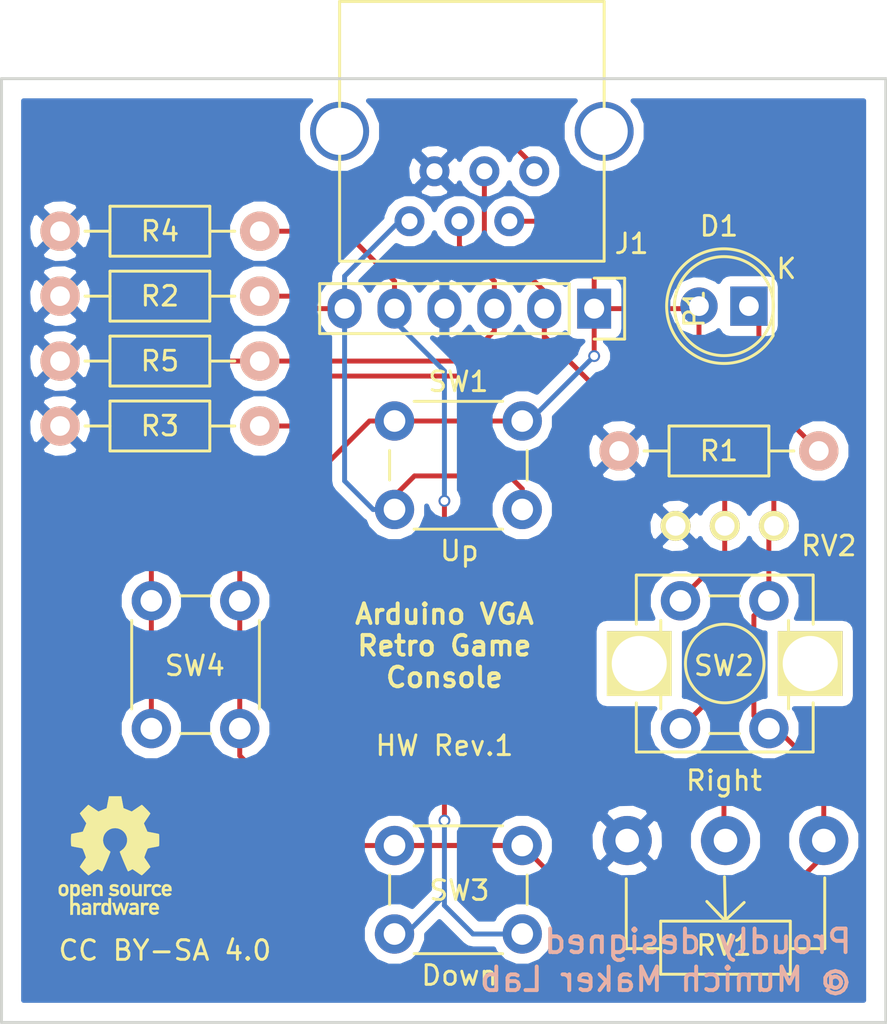
<source format=kicad_pcb>
(kicad_pcb (version 4) (host pcbnew 4.0.5)

  (general
    (links 39)
    (no_connects 0)
    (area 106.924999 87.924999 152.075001 136.075001)
    (thickness 1.6)
    (drawings 8)
    (tracks 113)
    (zones 0)
    (modules 15)
    (nets 8)
  )

  (page A4)
  (layers
    (0 F.Cu signal)
    (31 B.Cu signal)
    (32 B.Adhes user)
    (33 F.Adhes user)
    (34 B.Paste user)
    (35 F.Paste user)
    (36 B.SilkS user)
    (37 F.SilkS user)
    (38 B.Mask user)
    (39 F.Mask user)
    (40 Dwgs.User user)
    (41 Cmts.User user)
    (42 Eco1.User user)
    (43 Eco2.User user)
    (44 Edge.Cuts user)
    (45 Margin user)
    (46 B.CrtYd user)
    (47 F.CrtYd user)
    (48 B.Fab user)
    (49 F.Fab user)
  )

  (setup
    (last_trace_width 0.25)
    (trace_clearance 0.2)
    (zone_clearance 0.508)
    (zone_45_only no)
    (trace_min 0.2)
    (segment_width 0.2)
    (edge_width 0.15)
    (via_size 0.6)
    (via_drill 0.4)
    (via_min_size 0.4)
    (via_min_drill 0.3)
    (uvia_size 0.3)
    (uvia_drill 0.1)
    (uvias_allowed no)
    (uvia_min_size 0.2)
    (uvia_min_drill 0.1)
    (pcb_text_width 0.3)
    (pcb_text_size 1.5 1.5)
    (mod_edge_width 0.15)
    (mod_text_size 1 1)
    (mod_text_width 0.15)
    (pad_size 2.99974 2.99974)
    (pad_drill 2.4)
    (pad_to_mask_clearance 0.2)
    (aux_axis_origin 0 0)
    (visible_elements FFFFFF7F)
    (pcbplotparams
      (layerselection 0x00030_80000001)
      (usegerberextensions false)
      (excludeedgelayer true)
      (linewidth 0.100000)
      (plotframeref false)
      (viasonmask false)
      (mode 1)
      (useauxorigin false)
      (hpglpennumber 1)
      (hpglpenspeed 20)
      (hpglpendiameter 15)
      (hpglpenoverlay 2)
      (psnegative false)
      (psa4output false)
      (plotreference true)
      (plotvalue true)
      (plotinvisibletext false)
      (padsonsilk false)
      (subtractmaskfromsilk false)
      (outputformat 1)
      (mirror false)
      (drillshape 1)
      (scaleselection 1)
      (outputdirectory ""))
  )

  (net 0 "")
  (net 1 "Net-(D1-Pad1)")
  (net 2 VCC)
  (net 3 in2)
  (net 4 in4)
  (net 5 in3)
  (net 6 in1)
  (net 7 GND)

  (net_class Default "This is the default net class."
    (clearance 0.2)
    (trace_width 0.25)
    (via_dia 0.6)
    (via_drill 0.4)
    (uvia_dia 0.3)
    (uvia_drill 0.1)
    (add_net GND)
    (add_net "Net-(D1-Pad1)")
    (add_net VCC)
    (add_net in1)
    (add_net in2)
    (add_net in3)
    (add_net in4)
  )

  (module LEDs:LED-5MM (layer F.Cu) (tedit 58C5DA1A) (tstamp 58C5D185)
    (at 145.034 99.568 180)
    (descr "LED 5mm round vertical")
    (tags "LED 5mm round vertical")
    (path /58C5D650)
    (fp_text reference D1 (at 1.524 4.064 180) (layer F.SilkS)
      (effects (font (size 1 1) (thickness 0.15)))
    )
    (fp_text value LED (at 1.524 -3.937 180) (layer F.Fab) hide
      (effects (font (size 1 1) (thickness 0.15)))
    )
    (fp_line (start -1.5 -1.55) (end -1.5 1.55) (layer F.CrtYd) (width 0.05))
    (fp_arc (start 1.3 0) (end -1.5 1.55) (angle -302) (layer F.CrtYd) (width 0.05))
    (fp_arc (start 1.27 0) (end -1.23 -1.5) (angle 297.5) (layer F.SilkS) (width 0.15))
    (fp_line (start -1.23 1.5) (end -1.23 -1.5) (layer F.SilkS) (width 0.15))
    (fp_circle (center 1.27 0) (end 0.97 -2.5) (layer F.SilkS) (width 0.15))
    (fp_text user K (at -1.905 1.905 180) (layer F.SilkS)
      (effects (font (size 1 1) (thickness 0.15)))
    )
    (pad 1 thru_hole rect (at 0 0 270) (size 2 1.9) (drill 1.00076) (layers *.Cu *.Mask)
      (net 1 "Net-(D1-Pad1)"))
    (pad 2 thru_hole circle (at 2.54 0 180) (size 1.9 1.9) (drill 1.00076) (layers *.Cu *.Mask)
      (net 2 VCC))
    (model LEDs.3dshapes/LED-5MM.wrl
      (at (xyz 0.05 0 0))
      (scale (xyz 1 1 1))
      (rotate (xyz 0 0 90))
    )
  )

  (module Connectors:RJ12_E (layer F.Cu) (tedit 58C5DC57) (tstamp 58C5D191)
    (at 130.81 86.36 180)
    (path /58C5C80C)
    (fp_text reference J1 (at -8.255 -10.033 180) (layer F.SilkS)
      (effects (font (size 1 1) (thickness 0.15)))
    )
    (fp_text value RJ12 (at 0 -2.54 180) (layer F.Fab) hide
      (effects (font (size 1 1) (thickness 0.15)))
    )
    (fp_line (start -6.858 -10.922) (end -6.858 2.286) (layer F.SilkS) (width 0.15))
    (fp_line (start 6.604 -10.922) (end 6.604 2.286) (layer F.SilkS) (width 0.15))
    (fp_line (start -6.858 2.286) (end 6.604 2.286) (layer F.SilkS) (width 0.15))
    (fp_line (start 5.842 -10.922) (end 6.604 -10.922) (layer F.SilkS) (width 0.15))
    (fp_line (start -6.858 -10.922) (end 5.842 -10.922) (layer F.SilkS) (width 0.15))
    (pad 4 thru_hole circle (at 0.508 -8.89 180) (size 1.524 1.524) (drill 0.8128) (layers *.Cu *.Mask)
      (net 3 in2))
    (pad 2 thru_hole circle (at -2.032 -8.89 180) (size 1.524 1.524) (drill 0.8128) (layers *.Cu *.Mask)
      (net 2 VCC))
    (pad 6 thru_hole circle (at 3.048 -8.89 180) (size 1.524 1.524) (drill 0.8128) (layers *.Cu *.Mask)
      (net 4 in4))
    (pad 1 thru_hole circle (at -3.302 -6.35 180) (size 1.524 1.524) (drill 0.8128) (layers *.Cu *.Mask)
      (net 5 in3))
    (pad 3 thru_hole circle (at -0.762 -6.35 180) (size 1.524 1.524) (drill 0.8128) (layers *.Cu *.Mask)
      (net 6 in1))
    (pad 5 thru_hole circle (at 1.778 -6.35 180) (size 1.524 1.524) (drill 0.8128) (layers *.Cu *.Mask)
      (net 7 GND))
    (pad 8 thru_hole circle (at 6.604 -4.318 180) (size 2.99974 2.99974) (drill 2.4) (layers *.Cu *.Mask))
    (pad 7 thru_hole circle (at -6.858 -4.318 180) (size 2.99974 2.99974) (drill 2.4) (layers *.Cu *.Mask))
  )

  (module Pin_Headers:Pin_Header_Straight_1x06 (layer F.Cu) (tedit 58C5DA14) (tstamp 58C5D19B)
    (at 137.16 99.695 270)
    (descr "Through hole pin header")
    (tags "pin header")
    (path /58C5D8AC)
    (fp_text reference P1 (at 0 -5.1 270) (layer F.SilkS)
      (effects (font (size 1 1) (thickness 0.15)))
    )
    (fp_text value CONN_01X06 (at 0 -3.1 270) (layer F.Fab) hide
      (effects (font (size 1 1) (thickness 0.15)))
    )
    (fp_line (start -1.75 -1.75) (end -1.75 14.45) (layer F.CrtYd) (width 0.05))
    (fp_line (start 1.75 -1.75) (end 1.75 14.45) (layer F.CrtYd) (width 0.05))
    (fp_line (start -1.75 -1.75) (end 1.75 -1.75) (layer F.CrtYd) (width 0.05))
    (fp_line (start -1.75 14.45) (end 1.75 14.45) (layer F.CrtYd) (width 0.05))
    (fp_line (start 1.27 1.27) (end 1.27 13.97) (layer F.SilkS) (width 0.15))
    (fp_line (start 1.27 13.97) (end -1.27 13.97) (layer F.SilkS) (width 0.15))
    (fp_line (start -1.27 13.97) (end -1.27 1.27) (layer F.SilkS) (width 0.15))
    (fp_line (start 1.55 -1.55) (end 1.55 0) (layer F.SilkS) (width 0.15))
    (fp_line (start 1.27 1.27) (end -1.27 1.27) (layer F.SilkS) (width 0.15))
    (fp_line (start -1.55 0) (end -1.55 -1.55) (layer F.SilkS) (width 0.15))
    (fp_line (start -1.55 -1.55) (end 1.55 -1.55) (layer F.SilkS) (width 0.15))
    (pad 1 thru_hole rect (at 0 0 270) (size 2.032 1.7272) (drill 1.016) (layers *.Cu *.Mask)
      (net 2 VCC))
    (pad 2 thru_hole oval (at 0 2.54 270) (size 2.032 1.7272) (drill 1.016) (layers *.Cu *.Mask)
      (net 6 in1))
    (pad 3 thru_hole oval (at 0 5.08 270) (size 2.032 1.7272) (drill 1.016) (layers *.Cu *.Mask)
      (net 3 in2))
    (pad 4 thru_hole oval (at 0 7.62 270) (size 2.032 1.7272) (drill 1.016) (layers *.Cu *.Mask)
      (net 7 GND))
    (pad 5 thru_hole oval (at 0 10.16 270) (size 2.032 1.7272) (drill 1.016) (layers *.Cu *.Mask)
      (net 5 in3))
    (pad 6 thru_hole oval (at 0 12.7 270) (size 2.032 1.7272) (drill 1.016) (layers *.Cu *.Mask)
      (net 4 in4))
    (model Pin_Headers.3dshapes/Pin_Header_Straight_1x06.wrl
      (at (xyz 0 -0.25 0))
      (scale (xyz 1 1 1))
      (rotate (xyz 0 0 90))
    )
  )

  (module Resistors_THT:Resistor_Horizontal_RM10mm (layer F.Cu) (tedit 58C5DA1D) (tstamp 58C5D1A1)
    (at 148.59 106.934 180)
    (descr "Resistor, Axial,  RM 10mm, 1/3W")
    (tags "Resistor Axial RM 10mm 1/3W")
    (path /58C5D74A)
    (fp_text reference R1 (at 5.08 0 180) (layer F.SilkS)
      (effects (font (size 1 1) (thickness 0.15)))
    )
    (fp_text value 1k (at 5.08 3.81 180) (layer F.Fab) hide
      (effects (font (size 1 1) (thickness 0.15)))
    )
    (fp_line (start -1.25 -1.5) (end 11.4 -1.5) (layer F.CrtYd) (width 0.05))
    (fp_line (start -1.25 1.5) (end -1.25 -1.5) (layer F.CrtYd) (width 0.05))
    (fp_line (start 11.4 -1.5) (end 11.4 1.5) (layer F.CrtYd) (width 0.05))
    (fp_line (start -1.25 1.5) (end 11.4 1.5) (layer F.CrtYd) (width 0.05))
    (fp_line (start 2.54 -1.27) (end 7.62 -1.27) (layer F.SilkS) (width 0.15))
    (fp_line (start 7.62 -1.27) (end 7.62 1.27) (layer F.SilkS) (width 0.15))
    (fp_line (start 7.62 1.27) (end 2.54 1.27) (layer F.SilkS) (width 0.15))
    (fp_line (start 2.54 1.27) (end 2.54 -1.27) (layer F.SilkS) (width 0.15))
    (fp_line (start 2.54 0) (end 1.27 0) (layer F.SilkS) (width 0.15))
    (fp_line (start 7.62 0) (end 8.89 0) (layer F.SilkS) (width 0.15))
    (pad 1 thru_hole circle (at 0 0 180) (size 1.99898 1.99898) (drill 1.00076) (layers *.Cu *.SilkS *.Mask)
      (net 1 "Net-(D1-Pad1)"))
    (pad 2 thru_hole circle (at 10.16 0 180) (size 1.99898 1.99898) (drill 1.00076) (layers *.Cu *.SilkS *.Mask)
      (net 7 GND))
    (model Resistors_ThroughHole.3dshapes/Resistor_Horizontal_RM10mm.wrl
      (at (xyz 0.2 0 0))
      (scale (xyz 0.4 0.4 0.4))
      (rotate (xyz 0 0 0))
    )
  )

  (module Resistors_THT:Resistor_Horizontal_RM10mm (layer F.Cu) (tedit 58C5D931) (tstamp 58C5D1A7)
    (at 120.142 99.06 180)
    (descr "Resistor, Axial,  RM 10mm, 1/3W")
    (tags "Resistor Axial RM 10mm 1/3W")
    (path /58C5D438)
    (fp_text reference R2 (at 5.08 0 180) (layer F.SilkS)
      (effects (font (size 1 1) (thickness 0.15)))
    )
    (fp_text value 1k (at 5.08 3.81 180) (layer F.Fab) hide
      (effects (font (size 1 1) (thickness 0.15)))
    )
    (fp_line (start -1.25 -1.5) (end 11.4 -1.5) (layer F.CrtYd) (width 0.05))
    (fp_line (start -1.25 1.5) (end -1.25 -1.5) (layer F.CrtYd) (width 0.05))
    (fp_line (start 11.4 -1.5) (end 11.4 1.5) (layer F.CrtYd) (width 0.05))
    (fp_line (start -1.25 1.5) (end 11.4 1.5) (layer F.CrtYd) (width 0.05))
    (fp_line (start 2.54 -1.27) (end 7.62 -1.27) (layer F.SilkS) (width 0.15))
    (fp_line (start 7.62 -1.27) (end 7.62 1.27) (layer F.SilkS) (width 0.15))
    (fp_line (start 7.62 1.27) (end 2.54 1.27) (layer F.SilkS) (width 0.15))
    (fp_line (start 2.54 1.27) (end 2.54 -1.27) (layer F.SilkS) (width 0.15))
    (fp_line (start 2.54 0) (end 1.27 0) (layer F.SilkS) (width 0.15))
    (fp_line (start 7.62 0) (end 8.89 0) (layer F.SilkS) (width 0.15))
    (pad 1 thru_hole circle (at 0 0 180) (size 1.99898 1.99898) (drill 1.00076) (layers *.Cu *.SilkS *.Mask)
      (net 4 in4))
    (pad 2 thru_hole circle (at 10.16 0 180) (size 1.99898 1.99898) (drill 1.00076) (layers *.Cu *.SilkS *.Mask)
      (net 7 GND))
    (model Resistors_ThroughHole.3dshapes/Resistor_Horizontal_RM10mm.wrl
      (at (xyz 0.2 0 0))
      (scale (xyz 0.4 0.4 0.4))
      (rotate (xyz 0 0 0))
    )
  )

  (module Resistors_THT:Resistor_Horizontal_RM10mm (layer F.Cu) (tedit 58C5D943) (tstamp 58C5D1AD)
    (at 120.142 105.664 180)
    (descr "Resistor, Axial,  RM 10mm, 1/3W")
    (tags "Resistor Axial RM 10mm 1/3W")
    (path /58C5D41C)
    (fp_text reference R3 (at 5.08 0 180) (layer F.SilkS)
      (effects (font (size 1 1) (thickness 0.15)))
    )
    (fp_text value 1k (at 5.08 3.81 180) (layer F.Fab) hide
      (effects (font (size 1 1) (thickness 0.15)))
    )
    (fp_line (start -1.25 -1.5) (end 11.4 -1.5) (layer F.CrtYd) (width 0.05))
    (fp_line (start -1.25 1.5) (end -1.25 -1.5) (layer F.CrtYd) (width 0.05))
    (fp_line (start 11.4 -1.5) (end 11.4 1.5) (layer F.CrtYd) (width 0.05))
    (fp_line (start -1.25 1.5) (end 11.4 1.5) (layer F.CrtYd) (width 0.05))
    (fp_line (start 2.54 -1.27) (end 7.62 -1.27) (layer F.SilkS) (width 0.15))
    (fp_line (start 7.62 -1.27) (end 7.62 1.27) (layer F.SilkS) (width 0.15))
    (fp_line (start 7.62 1.27) (end 2.54 1.27) (layer F.SilkS) (width 0.15))
    (fp_line (start 2.54 1.27) (end 2.54 -1.27) (layer F.SilkS) (width 0.15))
    (fp_line (start 2.54 0) (end 1.27 0) (layer F.SilkS) (width 0.15))
    (fp_line (start 7.62 0) (end 8.89 0) (layer F.SilkS) (width 0.15))
    (pad 1 thru_hole circle (at 0 0 180) (size 1.99898 1.99898) (drill 1.00076) (layers *.Cu *.SilkS *.Mask)
      (net 6 in1))
    (pad 2 thru_hole circle (at 10.16 0 180) (size 1.99898 1.99898) (drill 1.00076) (layers *.Cu *.SilkS *.Mask)
      (net 7 GND))
    (model Resistors_ThroughHole.3dshapes/Resistor_Horizontal_RM10mm.wrl
      (at (xyz 0.2 0 0))
      (scale (xyz 0.4 0.4 0.4))
      (rotate (xyz 0 0 0))
    )
  )

  (module Resistors_THT:Resistor_Horizontal_RM10mm (layer F.Cu) (tedit 58C5D934) (tstamp 58C5D1B3)
    (at 120.142 95.758 180)
    (descr "Resistor, Axial,  RM 10mm, 1/3W")
    (tags "Resistor Axial RM 10mm 1/3W")
    (path /58C5D394)
    (fp_text reference R4 (at 5.08 0 180) (layer F.SilkS)
      (effects (font (size 1 1) (thickness 0.15)))
    )
    (fp_text value 1k (at 5.08 3.81 180) (layer F.Fab) hide
      (effects (font (size 1 1) (thickness 0.15)))
    )
    (fp_line (start -1.25 -1.5) (end 11.4 -1.5) (layer F.CrtYd) (width 0.05))
    (fp_line (start -1.25 1.5) (end -1.25 -1.5) (layer F.CrtYd) (width 0.05))
    (fp_line (start 11.4 -1.5) (end 11.4 1.5) (layer F.CrtYd) (width 0.05))
    (fp_line (start -1.25 1.5) (end 11.4 1.5) (layer F.CrtYd) (width 0.05))
    (fp_line (start 2.54 -1.27) (end 7.62 -1.27) (layer F.SilkS) (width 0.15))
    (fp_line (start 7.62 -1.27) (end 7.62 1.27) (layer F.SilkS) (width 0.15))
    (fp_line (start 7.62 1.27) (end 2.54 1.27) (layer F.SilkS) (width 0.15))
    (fp_line (start 2.54 1.27) (end 2.54 -1.27) (layer F.SilkS) (width 0.15))
    (fp_line (start 2.54 0) (end 1.27 0) (layer F.SilkS) (width 0.15))
    (fp_line (start 7.62 0) (end 8.89 0) (layer F.SilkS) (width 0.15))
    (pad 1 thru_hole circle (at 0 0 180) (size 1.99898 1.99898) (drill 1.00076) (layers *.Cu *.SilkS *.Mask)
      (net 5 in3))
    (pad 2 thru_hole circle (at 10.16 0 180) (size 1.99898 1.99898) (drill 1.00076) (layers *.Cu *.SilkS *.Mask)
      (net 7 GND))
    (model Resistors_ThroughHole.3dshapes/Resistor_Horizontal_RM10mm.wrl
      (at (xyz 0.2 0 0))
      (scale (xyz 0.4 0.4 0.4))
      (rotate (xyz 0 0 0))
    )
  )

  (module Resistors_THT:Resistor_Horizontal_RM10mm (layer F.Cu) (tedit 58C5D93E) (tstamp 58C5D1B9)
    (at 120.142 102.362 180)
    (descr "Resistor, Axial,  RM 10mm, 1/3W")
    (tags "Resistor Axial RM 10mm 1/3W")
    (path /58C5CBDC)
    (fp_text reference R5 (at 5.08 0 180) (layer F.SilkS)
      (effects (font (size 1 1) (thickness 0.15)))
    )
    (fp_text value 1k (at 5.08 3.81 180) (layer F.Fab) hide
      (effects (font (size 1 1) (thickness 0.15)))
    )
    (fp_line (start -1.25 -1.5) (end 11.4 -1.5) (layer F.CrtYd) (width 0.05))
    (fp_line (start -1.25 1.5) (end -1.25 -1.5) (layer F.CrtYd) (width 0.05))
    (fp_line (start 11.4 -1.5) (end 11.4 1.5) (layer F.CrtYd) (width 0.05))
    (fp_line (start -1.25 1.5) (end 11.4 1.5) (layer F.CrtYd) (width 0.05))
    (fp_line (start 2.54 -1.27) (end 7.62 -1.27) (layer F.SilkS) (width 0.15))
    (fp_line (start 7.62 -1.27) (end 7.62 1.27) (layer F.SilkS) (width 0.15))
    (fp_line (start 7.62 1.27) (end 2.54 1.27) (layer F.SilkS) (width 0.15))
    (fp_line (start 2.54 1.27) (end 2.54 -1.27) (layer F.SilkS) (width 0.15))
    (fp_line (start 2.54 0) (end 1.27 0) (layer F.SilkS) (width 0.15))
    (fp_line (start 7.62 0) (end 8.89 0) (layer F.SilkS) (width 0.15))
    (pad 1 thru_hole circle (at 0 0 180) (size 1.99898 1.99898) (drill 1.00076) (layers *.Cu *.SilkS *.Mask)
      (net 3 in2))
    (pad 2 thru_hole circle (at 10.16 0 180) (size 1.99898 1.99898) (drill 1.00076) (layers *.Cu *.SilkS *.Mask)
      (net 7 GND))
    (model Resistors_ThroughHole.3dshapes/Resistor_Horizontal_RM10mm.wrl
      (at (xyz 0.2 0 0))
      (scale (xyz 0.4 0.4 0.4))
      (rotate (xyz 0 0 0))
    )
  )

  (module Potentiometers:Potentiometer_WirePads (layer F.Cu) (tedit 58C5D9D1) (tstamp 58C5D1C0)
    (at 148.844 126.746 270)
    (descr "Potentiometer, Wire Pads only, RevA, 30 July 2010,")
    (tags "Potentiometer, Wire Pads only, RevA, 30 July 2010,")
    (path /58C5C83A)
    (fp_text reference RV1 (at 5.334 5.08 360) (layer F.SilkS)
      (effects (font (size 1 1) (thickness 0.15)))
    )
    (fp_text value 10k (at -1.34874 13.25118 270) (layer F.Fab) hide
      (effects (font (size 1 1) (thickness 0.15)))
    )
    (fp_line (start 5.4991 10.05078) (end 1.95072 10.05078) (layer F.SilkS) (width 0.15))
    (fp_line (start 5.4991 8.30072) (end 5.4991 10.05078) (layer F.SilkS) (width 0.15))
    (fp_line (start 5.4991 1.7018) (end 5.4991 -0.04826) (layer F.SilkS) (width 0.15))
    (fp_line (start 5.4991 -0.04826) (end 1.89992 -0.04826) (layer F.SilkS) (width 0.15))
    (fp_line (start 4.09956 5.00126) (end 1.84912 5.05206) (layer F.SilkS) (width 0.15))
    (fp_line (start 4.09956 5.00126) (end 3.0988 5.95122) (layer F.SilkS) (width 0.15))
    (fp_line (start 4.09956 5.05206) (end 3.1496 4.0513) (layer F.SilkS) (width 0.15))
    (fp_line (start 4.09956 1.7018) (end 6.79958 1.7018) (layer F.SilkS) (width 0.15))
    (fp_line (start 6.79958 1.7018) (end 6.79958 8.30072) (layer F.SilkS) (width 0.15))
    (fp_line (start 6.79958 8.30072) (end 4.09956 8.30072) (layer F.SilkS) (width 0.15))
    (fp_line (start 4.09956 8.30072) (end 4.09956 1.7018) (layer F.SilkS) (width 0.15))
    (pad 2 thru_hole circle (at 0 5.00126 270) (size 2.49936 2.49936) (drill 1.19888) (layers *.Cu *.Mask)
      (net 6 in1))
    (pad 3 thru_hole circle (at 0 10.00252 270) (size 2.49936 2.49936) (drill 1.19888) (layers *.Cu *.Mask)
      (net 7 GND))
    (pad 1 thru_hole circle (at 0 0 270) (size 2.49936 2.49936) (drill 1.19888) (layers *.Cu *.Mask)
      (net 2 VCC))
  )

  (module added:Potentiometer_Alpha-RV09 (layer F.Cu) (tedit 58C5D9CC) (tstamp 58C5D1C9)
    (at 146.304 110.744 270)
    (descr "9mm insulated shaft potentiometer")
    (tags "Potentiometer Alpha Pot 9mm RV09")
    (path /58C5DC3B)
    (fp_text reference RV2 (at 1.016 -2.794 360) (layer F.SilkS)
      (effects (font (size 1 1) (thickness 0.15)))
    )
    (fp_text value 10k (at 7 -5.5 360) (layer F.Fab) hide
      (effects (font (size 1 1) (thickness 0.15)))
    )
    (fp_line (start 2 -2.5) (end 2 -1) (layer F.CrtYd) (width 0.05))
    (fp_line (start 5 -4) (end 9 -4) (layer F.CrtYd) (width 0.05))
    (fp_line (start 5 -4) (end 5 -2.5) (layer F.CrtYd) (width 0.05))
    (fp_line (start 5 -2.5) (end 2 -2.5) (layer F.CrtYd) (width 0.05))
    (fp_line (start -1 -1) (end 2 -1) (layer F.CrtYd) (width 0.05))
    (fp_line (start 9 -4) (end 9 -2.5) (layer F.CrtYd) (width 0.05))
    (fp_line (start 9 -2.5) (end 12 -2.5) (layer F.CrtYd) (width 0.05))
    (fp_line (start 12 -2.5) (end 12 7.5) (layer F.CrtYd) (width 0.05))
    (fp_line (start 12 7.5) (end 9 7.5) (layer F.CrtYd) (width 0.05))
    (fp_line (start 9 7.5) (end 9 9) (layer F.CrtYd) (width 0.05))
    (fp_line (start 9 9) (end 5 9) (layer F.CrtYd) (width 0.05))
    (fp_line (start 5 9) (end 5 7.5) (layer F.CrtYd) (width 0.05))
    (fp_line (start 5 7.5) (end 2 7.5) (layer F.CrtYd) (width 0.05))
    (fp_line (start 2 7.5) (end 2 6) (layer F.CrtYd) (width 0.05))
    (fp_line (start 2 6) (end -1 6) (layer F.CrtYd) (width 0.05))
    (fp_line (start -1 6) (end -1 -1) (layer F.CrtYd) (width 0.05))
    (fp_line (start 11.5 7) (end 9 7) (layer F.SilkS) (width 0.15))
    (fp_line (start 5 7) (end 2.5 7) (layer F.SilkS) (width 0.15))
    (fp_line (start 5 -2) (end 2.5 -2) (layer F.SilkS) (width 0.15))
    (fp_line (start 11.5 -2) (end 9 -2) (layer F.SilkS) (width 0.15))
    (fp_line (start 2.5 -2) (end 2.5 7) (layer F.SilkS) (width 0.15))
    (fp_line (start 11.5 -2) (end 11.5 7) (layer F.SilkS) (width 0.15))
    (fp_circle (center 7 2.5) (end 9 2.5) (layer F.SilkS) (width 0.15))
    (pad 1 thru_hole circle (at 0 0 180) (size 1.524 1.524) (drill 1) (layers *.Cu *.Mask F.SilkS)
      (net 2 VCC))
    (pad 2 thru_hole circle (at 0 2.5 180) (size 1.524 1.524) (drill 1) (layers *.Cu *.Mask F.SilkS)
      (net 6 in1))
    (pad 3 thru_hole circle (at 0 5 180) (size 1.524 1.524) (drill 1) (layers *.Cu *.Mask F.SilkS)
      (net 7 GND))
    (pad 4 thru_hole rect (at 7 -1.85 180) (size 3.3 3.3) (drill 2.8) (layers *.Cu *.Mask F.SilkS))
    (pad 5 thru_hole rect (at 7 6.85 180) (size 3.3 3.3) (drill 2.8) (layers *.Cu *.Mask F.SilkS))
  )

  (module Buttons_Switches_THT:SW_PUSH_6mm_h5mm (layer F.Cu) (tedit 58C5DA0A) (tstamp 58C5D1D1)
    (at 127 105.41)
    (descr "tactile push button, 6x6mm e.g. PHAP33xx series, height=5mm")
    (tags "tact sw push 6mm")
    (path /58C5D432)
    (fp_text reference SW1 (at 3.25 -2) (layer F.SilkS)
      (effects (font (size 1 1) (thickness 0.15)))
    )
    (fp_text value Up (at 3.302 6.604) (layer F.SilkS)
      (effects (font (size 1 1) (thickness 0.15)))
    )
    (fp_line (start 3.25 -0.75) (end 6.25 -0.75) (layer F.Fab) (width 0.1))
    (fp_line (start 6.25 -0.75) (end 6.25 5.25) (layer F.Fab) (width 0.1))
    (fp_line (start 6.25 5.25) (end 0.25 5.25) (layer F.Fab) (width 0.1))
    (fp_line (start 0.25 5.25) (end 0.25 -0.75) (layer F.Fab) (width 0.1))
    (fp_line (start 0.25 -0.75) (end 3.25 -0.75) (layer F.Fab) (width 0.1))
    (fp_line (start 7.75 6) (end 8 6) (layer F.CrtYd) (width 0.05))
    (fp_line (start 8 6) (end 8 5.75) (layer F.CrtYd) (width 0.05))
    (fp_line (start 7.75 -1.5) (end 8 -1.5) (layer F.CrtYd) (width 0.05))
    (fp_line (start 8 -1.5) (end 8 -1.25) (layer F.CrtYd) (width 0.05))
    (fp_line (start -1.5 -1.25) (end -1.5 -1.5) (layer F.CrtYd) (width 0.05))
    (fp_line (start -1.5 -1.5) (end -1.25 -1.5) (layer F.CrtYd) (width 0.05))
    (fp_line (start -1.5 5.75) (end -1.5 6) (layer F.CrtYd) (width 0.05))
    (fp_line (start -1.5 6) (end -1.25 6) (layer F.CrtYd) (width 0.05))
    (fp_line (start -1.25 -1.5) (end 7.75 -1.5) (layer F.CrtYd) (width 0.05))
    (fp_line (start -1.5 5.75) (end -1.5 -1.25) (layer F.CrtYd) (width 0.05))
    (fp_line (start 7.75 6) (end -1.25 6) (layer F.CrtYd) (width 0.05))
    (fp_line (start 8 -1.25) (end 8 5.75) (layer F.CrtYd) (width 0.05))
    (fp_line (start 1 5.5) (end 5.5 5.5) (layer F.SilkS) (width 0.15))
    (fp_line (start -0.25 1.5) (end -0.25 3) (layer F.SilkS) (width 0.15))
    (fp_line (start 5.5 -1) (end 1 -1) (layer F.SilkS) (width 0.15))
    (fp_line (start 6.75 3) (end 6.75 1.5) (layer F.SilkS) (width 0.15))
    (fp_circle (center 3.25 2.25) (end 1.25 2.5) (layer F.Fab) (width 0.1))
    (pad 2 thru_hole circle (at 0 4.5 90) (size 2 2) (drill 1.1) (layers *.Cu *.Mask)
      (net 4 in4))
    (pad 1 thru_hole circle (at 0 0 90) (size 2 2) (drill 1.1) (layers *.Cu *.Mask)
      (net 2 VCC))
    (pad 2 thru_hole circle (at 6.5 4.5 90) (size 2 2) (drill 1.1) (layers *.Cu *.Mask)
      (net 4 in4))
    (pad 1 thru_hole circle (at 6.5 0 90) (size 2 2) (drill 1.1) (layers *.Cu *.Mask)
      (net 2 VCC))
    (model Buttons_Switches_ThroughHole.3dshapes/SW_PUSH_6mm_h5mm.wrl
      (at (xyz 0.005 0 0))
      (scale (xyz 0.3937 0.3937 0.3937))
      (rotate (xyz 0 0 0))
    )
  )

  (module Buttons_Switches_THT:SW_PUSH_6mm_h5mm (layer F.Cu) (tedit 58C5D9FE) (tstamp 58C5D1D9)
    (at 146.05 114.554 270)
    (descr "tactile push button, 6x6mm e.g. PHAP33xx series, height=5mm")
    (tags "tact sw push 6mm")
    (path /58C5D416)
    (fp_text reference SW2 (at 3.302 2.286 360) (layer F.SilkS)
      (effects (font (size 1 1) (thickness 0.15)))
    )
    (fp_text value Right (at 9.144 2.286 360) (layer F.SilkS)
      (effects (font (size 1 1) (thickness 0.15)))
    )
    (fp_line (start 3.25 -0.75) (end 6.25 -0.75) (layer F.Fab) (width 0.1))
    (fp_line (start 6.25 -0.75) (end 6.25 5.25) (layer F.Fab) (width 0.1))
    (fp_line (start 6.25 5.25) (end 0.25 5.25) (layer F.Fab) (width 0.1))
    (fp_line (start 0.25 5.25) (end 0.25 -0.75) (layer F.Fab) (width 0.1))
    (fp_line (start 0.25 -0.75) (end 3.25 -0.75) (layer F.Fab) (width 0.1))
    (fp_line (start 7.75 6) (end 8 6) (layer F.CrtYd) (width 0.05))
    (fp_line (start 8 6) (end 8 5.75) (layer F.CrtYd) (width 0.05))
    (fp_line (start 7.75 -1.5) (end 8 -1.5) (layer F.CrtYd) (width 0.05))
    (fp_line (start 8 -1.5) (end 8 -1.25) (layer F.CrtYd) (width 0.05))
    (fp_line (start -1.5 -1.25) (end -1.5 -1.5) (layer F.CrtYd) (width 0.05))
    (fp_line (start -1.5 -1.5) (end -1.25 -1.5) (layer F.CrtYd) (width 0.05))
    (fp_line (start -1.5 5.75) (end -1.5 6) (layer F.CrtYd) (width 0.05))
    (fp_line (start -1.5 6) (end -1.25 6) (layer F.CrtYd) (width 0.05))
    (fp_line (start -1.25 -1.5) (end 7.75 -1.5) (layer F.CrtYd) (width 0.05))
    (fp_line (start -1.5 5.75) (end -1.5 -1.25) (layer F.CrtYd) (width 0.05))
    (fp_line (start 7.75 6) (end -1.25 6) (layer F.CrtYd) (width 0.05))
    (fp_line (start 8 -1.25) (end 8 5.75) (layer F.CrtYd) (width 0.05))
    (fp_line (start 1 5.5) (end 5.5 5.5) (layer F.SilkS) (width 0.15))
    (fp_line (start -0.25 1.5) (end -0.25 3) (layer F.SilkS) (width 0.15))
    (fp_line (start 5.5 -1) (end 1 -1) (layer F.SilkS) (width 0.15))
    (fp_line (start 6.75 3) (end 6.75 1.5) (layer F.SilkS) (width 0.15))
    (fp_circle (center 3.25 2.25) (end 1.25 2.5) (layer F.Fab) (width 0.1))
    (pad 2 thru_hole circle (at 0 4.5) (size 2 2) (drill 1.1) (layers *.Cu *.Mask)
      (net 6 in1))
    (pad 1 thru_hole circle (at 0 0) (size 2 2) (drill 1.1) (layers *.Cu *.Mask)
      (net 2 VCC))
    (pad 2 thru_hole circle (at 6.5 4.5) (size 2 2) (drill 1.1) (layers *.Cu *.Mask)
      (net 6 in1))
    (pad 1 thru_hole circle (at 6.5 0) (size 2 2) (drill 1.1) (layers *.Cu *.Mask)
      (net 2 VCC))
    (model Buttons_Switches_ThroughHole.3dshapes/SW_PUSH_6mm_h5mm.wrl
      (at (xyz 0.005 0 0))
      (scale (xyz 0.3937 0.3937 0.3937))
      (rotate (xyz 0 0 0))
    )
  )

  (module Buttons_Switches_THT:SW_PUSH_6mm_h5mm (layer F.Cu) (tedit 58C5DA06) (tstamp 58C5D1E1)
    (at 127 127)
    (descr "tactile push button, 6x6mm e.g. PHAP33xx series, height=5mm")
    (tags "tact sw push 6mm")
    (path /58C5D38E)
    (fp_text reference SW3 (at 3.302 2.286) (layer F.SilkS)
      (effects (font (size 1 1) (thickness 0.15)))
    )
    (fp_text value Down (at 3.302 6.604) (layer F.SilkS)
      (effects (font (size 1 1) (thickness 0.15)))
    )
    (fp_line (start 3.25 -0.75) (end 6.25 -0.75) (layer F.Fab) (width 0.1))
    (fp_line (start 6.25 -0.75) (end 6.25 5.25) (layer F.Fab) (width 0.1))
    (fp_line (start 6.25 5.25) (end 0.25 5.25) (layer F.Fab) (width 0.1))
    (fp_line (start 0.25 5.25) (end 0.25 -0.75) (layer F.Fab) (width 0.1))
    (fp_line (start 0.25 -0.75) (end 3.25 -0.75) (layer F.Fab) (width 0.1))
    (fp_line (start 7.75 6) (end 8 6) (layer F.CrtYd) (width 0.05))
    (fp_line (start 8 6) (end 8 5.75) (layer F.CrtYd) (width 0.05))
    (fp_line (start 7.75 -1.5) (end 8 -1.5) (layer F.CrtYd) (width 0.05))
    (fp_line (start 8 -1.5) (end 8 -1.25) (layer F.CrtYd) (width 0.05))
    (fp_line (start -1.5 -1.25) (end -1.5 -1.5) (layer F.CrtYd) (width 0.05))
    (fp_line (start -1.5 -1.5) (end -1.25 -1.5) (layer F.CrtYd) (width 0.05))
    (fp_line (start -1.5 5.75) (end -1.5 6) (layer F.CrtYd) (width 0.05))
    (fp_line (start -1.5 6) (end -1.25 6) (layer F.CrtYd) (width 0.05))
    (fp_line (start -1.25 -1.5) (end 7.75 -1.5) (layer F.CrtYd) (width 0.05))
    (fp_line (start -1.5 5.75) (end -1.5 -1.25) (layer F.CrtYd) (width 0.05))
    (fp_line (start 7.75 6) (end -1.25 6) (layer F.CrtYd) (width 0.05))
    (fp_line (start 8 -1.25) (end 8 5.75) (layer F.CrtYd) (width 0.05))
    (fp_line (start 1 5.5) (end 5.5 5.5) (layer F.SilkS) (width 0.15))
    (fp_line (start -0.25 1.5) (end -0.25 3) (layer F.SilkS) (width 0.15))
    (fp_line (start 5.5 -1) (end 1 -1) (layer F.SilkS) (width 0.15))
    (fp_line (start 6.75 3) (end 6.75 1.5) (layer F.SilkS) (width 0.15))
    (fp_circle (center 3.25 2.25) (end 1.25 2.5) (layer F.Fab) (width 0.1))
    (pad 2 thru_hole circle (at 0 4.5 90) (size 2 2) (drill 1.1) (layers *.Cu *.Mask)
      (net 5 in3))
    (pad 1 thru_hole circle (at 0 0 90) (size 2 2) (drill 1.1) (layers *.Cu *.Mask)
      (net 2 VCC))
    (pad 2 thru_hole circle (at 6.5 4.5 90) (size 2 2) (drill 1.1) (layers *.Cu *.Mask)
      (net 5 in3))
    (pad 1 thru_hole circle (at 6.5 0 90) (size 2 2) (drill 1.1) (layers *.Cu *.Mask)
      (net 2 VCC))
    (model Buttons_Switches_ThroughHole.3dshapes/SW_PUSH_6mm_h5mm.wrl
      (at (xyz 0.005 0 0))
      (scale (xyz 0.3937 0.3937 0.3937))
      (rotate (xyz 0 0 0))
    )
  )

  (module Buttons_Switches_THT:SW_PUSH_6mm_h5mm (layer F.Cu) (tedit 58C5D9DC) (tstamp 58C5D1E9)
    (at 119.126 114.554 270)
    (descr "tactile push button, 6x6mm e.g. PHAP33xx series, height=5mm")
    (tags "tact sw push 6mm")
    (path /58C5C9A2)
    (fp_text reference SW4 (at 3.302 2.286 360) (layer F.SilkS)
      (effects (font (size 1 1) (thickness 0.15)))
    )
    (fp_text value Left (at 9.144 2.286 360) (layer F.Fab)
      (effects (font (size 1 1) (thickness 0.15)))
    )
    (fp_line (start 3.25 -0.75) (end 6.25 -0.75) (layer F.Fab) (width 0.1))
    (fp_line (start 6.25 -0.75) (end 6.25 5.25) (layer F.Fab) (width 0.1))
    (fp_line (start 6.25 5.25) (end 0.25 5.25) (layer F.Fab) (width 0.1))
    (fp_line (start 0.25 5.25) (end 0.25 -0.75) (layer F.Fab) (width 0.1))
    (fp_line (start 0.25 -0.75) (end 3.25 -0.75) (layer F.Fab) (width 0.1))
    (fp_line (start 7.75 6) (end 8 6) (layer F.CrtYd) (width 0.05))
    (fp_line (start 8 6) (end 8 5.75) (layer F.CrtYd) (width 0.05))
    (fp_line (start 7.75 -1.5) (end 8 -1.5) (layer F.CrtYd) (width 0.05))
    (fp_line (start 8 -1.5) (end 8 -1.25) (layer F.CrtYd) (width 0.05))
    (fp_line (start -1.5 -1.25) (end -1.5 -1.5) (layer F.CrtYd) (width 0.05))
    (fp_line (start -1.5 -1.5) (end -1.25 -1.5) (layer F.CrtYd) (width 0.05))
    (fp_line (start -1.5 5.75) (end -1.5 6) (layer F.CrtYd) (width 0.05))
    (fp_line (start -1.5 6) (end -1.25 6) (layer F.CrtYd) (width 0.05))
    (fp_line (start -1.25 -1.5) (end 7.75 -1.5) (layer F.CrtYd) (width 0.05))
    (fp_line (start -1.5 5.75) (end -1.5 -1.25) (layer F.CrtYd) (width 0.05))
    (fp_line (start 7.75 6) (end -1.25 6) (layer F.CrtYd) (width 0.05))
    (fp_line (start 8 -1.25) (end 8 5.75) (layer F.CrtYd) (width 0.05))
    (fp_line (start 1 5.5) (end 5.5 5.5) (layer F.SilkS) (width 0.15))
    (fp_line (start -0.25 1.5) (end -0.25 3) (layer F.SilkS) (width 0.15))
    (fp_line (start 5.5 -1) (end 1 -1) (layer F.SilkS) (width 0.15))
    (fp_line (start 6.75 3) (end 6.75 1.5) (layer F.SilkS) (width 0.15))
    (fp_circle (center 3.25 2.25) (end 1.25 2.5) (layer F.Fab) (width 0.1))
    (pad 2 thru_hole circle (at 0 4.5) (size 2 2) (drill 1.1) (layers *.Cu *.Mask)
      (net 3 in2))
    (pad 1 thru_hole circle (at 0 0) (size 2 2) (drill 1.1) (layers *.Cu *.Mask)
      (net 2 VCC))
    (pad 2 thru_hole circle (at 6.5 4.5) (size 2 2) (drill 1.1) (layers *.Cu *.Mask)
      (net 3 in2))
    (pad 1 thru_hole circle (at 6.5 0) (size 2 2) (drill 1.1) (layers *.Cu *.Mask)
      (net 2 VCC))
    (model Buttons_Switches_ThroughHole.3dshapes/SW_PUSH_6mm_h5mm.wrl
      (at (xyz 0.005 0 0))
      (scale (xyz 0.3937 0.3937 0.3937))
      (rotate (xyz 0 0 0))
    )
  )

  (module Symbols:OSHW-Logo_5.7x6mm_SilkScreen (layer F.Cu) (tedit 0) (tstamp 58C5DBD3)
    (at 112.776 127.508)
    (descr "Open Source Hardware Logo")
    (tags "Logo OSHW")
    (attr virtual)
    (fp_text reference REF*** (at 0 0) (layer F.SilkS) hide
      (effects (font (size 1 1) (thickness 0.15)))
    )
    (fp_text value OSHW-Logo_5.7x6mm_SilkScreen (at 0.75 0) (layer F.Fab) hide
      (effects (font (size 1 1) (thickness 0.15)))
    )
    (fp_poly (pts (xy -1.908759 1.469184) (xy -1.882247 1.482282) (xy -1.849553 1.505106) (xy -1.825725 1.529996)
      (xy -1.809406 1.561249) (xy -1.79924 1.603166) (xy -1.793872 1.660044) (xy -1.791944 1.736184)
      (xy -1.791831 1.768917) (xy -1.792161 1.840656) (xy -1.793527 1.891927) (xy -1.7965 1.927404)
      (xy -1.801649 1.951763) (xy -1.809543 1.96968) (xy -1.817757 1.981902) (xy -1.870187 2.033905)
      (xy -1.93193 2.065184) (xy -1.998536 2.074592) (xy -2.065558 2.06098) (xy -2.086792 2.051354)
      (xy -2.137624 2.024859) (xy -2.137624 2.440052) (xy -2.100525 2.420868) (xy -2.051643 2.406025)
      (xy -1.991561 2.402222) (xy -1.931564 2.409243) (xy -1.886256 2.425013) (xy -1.848675 2.455047)
      (xy -1.816564 2.498024) (xy -1.81415 2.502436) (xy -1.803967 2.523221) (xy -1.79653 2.54417)
      (xy -1.791411 2.569548) (xy -1.788181 2.603618) (xy -1.786413 2.650641) (xy -1.785677 2.714882)
      (xy -1.785544 2.787176) (xy -1.785544 3.017822) (xy -1.923861 3.017822) (xy -1.923861 2.592533)
      (xy -1.962549 2.559979) (xy -2.002738 2.53394) (xy -2.040797 2.529205) (xy -2.079066 2.541389)
      (xy -2.099462 2.55332) (xy -2.114642 2.570313) (xy -2.125438 2.595995) (xy -2.132683 2.633991)
      (xy -2.137208 2.687926) (xy -2.139844 2.761425) (xy -2.140772 2.810347) (xy -2.143911 3.011535)
      (xy -2.209926 3.015336) (xy -2.27594 3.019136) (xy -2.27594 1.77065) (xy -2.137624 1.77065)
      (xy -2.134097 1.840254) (xy -2.122215 1.888569) (xy -2.10002 1.918631) (xy -2.065559 1.933471)
      (xy -2.030742 1.936436) (xy -1.991329 1.933028) (xy -1.965171 1.919617) (xy -1.948814 1.901896)
      (xy -1.935937 1.882835) (xy -1.928272 1.861601) (xy -1.924861 1.831849) (xy -1.924749 1.787236)
      (xy -1.925897 1.74988) (xy -1.928532 1.693604) (xy -1.932456 1.656658) (xy -1.939063 1.633223)
      (xy -1.949749 1.61748) (xy -1.959833 1.60838) (xy -2.00197 1.588537) (xy -2.05184 1.585332)
      (xy -2.080476 1.592168) (xy -2.108828 1.616464) (xy -2.127609 1.663728) (xy -2.136712 1.733624)
      (xy -2.137624 1.77065) (xy -2.27594 1.77065) (xy -2.27594 1.458614) (xy -2.206782 1.458614)
      (xy -2.16526 1.460256) (xy -2.143838 1.466087) (xy -2.137626 1.477461) (xy -2.137624 1.477798)
      (xy -2.134742 1.488938) (xy -2.12203 1.487673) (xy -2.096757 1.475433) (xy -2.037869 1.456707)
      (xy -1.971615 1.454739) (xy -1.908759 1.469184)) (layer F.SilkS) (width 0.01))
    (fp_poly (pts (xy -1.38421 2.406555) (xy -1.325055 2.422339) (xy -1.280023 2.450948) (xy -1.248246 2.488419)
      (xy -1.238366 2.504411) (xy -1.231073 2.521163) (xy -1.225974 2.542592) (xy -1.222679 2.572616)
      (xy -1.220797 2.615154) (xy -1.219937 2.674122) (xy -1.219707 2.75344) (xy -1.219703 2.774484)
      (xy -1.219703 3.017822) (xy -1.280059 3.017822) (xy -1.318557 3.015126) (xy -1.347023 3.008295)
      (xy -1.354155 3.004083) (xy -1.373652 2.996813) (xy -1.393566 3.004083) (xy -1.426353 3.01316)
      (xy -1.473978 3.016813) (xy -1.526764 3.015228) (xy -1.575036 3.008589) (xy -1.603218 3.000072)
      (xy -1.657753 2.965063) (xy -1.691835 2.916479) (xy -1.707157 2.851882) (xy -1.707299 2.850223)
      (xy -1.705955 2.821566) (xy -1.584356 2.821566) (xy -1.573726 2.854161) (xy -1.55641 2.872505)
      (xy -1.521652 2.886379) (xy -1.475773 2.891917) (xy -1.428988 2.889191) (xy -1.391514 2.878274)
      (xy -1.381015 2.871269) (xy -1.362668 2.838904) (xy -1.35802 2.802111) (xy -1.35802 2.753763)
      (xy -1.427582 2.753763) (xy -1.493667 2.75885) (xy -1.543764 2.773263) (xy -1.574929 2.795729)
      (xy -1.584356 2.821566) (xy -1.705955 2.821566) (xy -1.703987 2.779647) (xy -1.68071 2.723845)
      (xy -1.636948 2.681647) (xy -1.630899 2.677808) (xy -1.604907 2.665309) (xy -1.572735 2.65774)
      (xy -1.52776 2.654061) (xy -1.474331 2.653216) (xy -1.35802 2.653169) (xy -1.35802 2.604411)
      (xy -1.362953 2.566581) (xy -1.375543 2.541236) (xy -1.377017 2.539887) (xy -1.405034 2.5288)
      (xy -1.447326 2.524503) (xy -1.494064 2.526615) (xy -1.535418 2.534756) (xy -1.559957 2.546965)
      (xy -1.573253 2.556746) (xy -1.587294 2.558613) (xy -1.606671 2.5506) (xy -1.635976 2.530739)
      (xy -1.679803 2.497063) (xy -1.683825 2.493909) (xy -1.681764 2.482236) (xy -1.664568 2.462822)
      (xy -1.638433 2.441248) (xy -1.609552 2.423096) (xy -1.600478 2.418809) (xy -1.56738 2.410256)
      (xy -1.51888 2.404155) (xy -1.464695 2.401708) (xy -1.462161 2.401703) (xy -1.38421 2.406555)) (layer F.SilkS) (width 0.01))
    (fp_poly (pts (xy -0.993356 2.40302) (xy -0.974539 2.40866) (xy -0.968473 2.421053) (xy -0.968218 2.426647)
      (xy -0.967129 2.44223) (xy -0.959632 2.444676) (xy -0.939381 2.433993) (xy -0.927351 2.426694)
      (xy -0.8894 2.411063) (xy -0.844072 2.403334) (xy -0.796544 2.40274) (xy -0.751995 2.408513)
      (xy -0.715602 2.419884) (xy -0.692543 2.436088) (xy -0.687996 2.456355) (xy -0.690291 2.461843)
      (xy -0.70702 2.484626) (xy -0.732963 2.512647) (xy -0.737655 2.517177) (xy -0.762383 2.538005)
      (xy -0.783718 2.544735) (xy -0.813555 2.540038) (xy -0.825508 2.536917) (xy -0.862705 2.529421)
      (xy -0.888859 2.532792) (xy -0.910946 2.544681) (xy -0.931178 2.560635) (xy -0.946079 2.5807)
      (xy -0.956434 2.608702) (xy -0.963029 2.648467) (xy -0.966649 2.703823) (xy -0.968078 2.778594)
      (xy -0.968218 2.82374) (xy -0.968218 3.017822) (xy -1.09396 3.017822) (xy -1.09396 2.401683)
      (xy -1.031089 2.401683) (xy -0.993356 2.40302)) (layer F.SilkS) (width 0.01))
    (fp_poly (pts (xy -0.201188 3.017822) (xy -0.270346 3.017822) (xy -0.310488 3.016645) (xy -0.331394 3.011772)
      (xy -0.338922 3.001186) (xy -0.339505 2.994029) (xy -0.340774 2.979676) (xy -0.348779 2.976923)
      (xy -0.369815 2.985771) (xy -0.386173 2.994029) (xy -0.448977 3.013597) (xy -0.517248 3.014729)
      (xy -0.572752 3.000135) (xy -0.624438 2.964877) (xy -0.663838 2.912835) (xy -0.685413 2.85145)
      (xy -0.685962 2.848018) (xy -0.689167 2.810571) (xy -0.690761 2.756813) (xy -0.690633 2.716155)
      (xy -0.553279 2.716155) (xy -0.550097 2.770194) (xy -0.542859 2.814735) (xy -0.53306 2.839888)
      (xy -0.495989 2.87426) (xy -0.451974 2.886582) (xy -0.406584 2.876618) (xy -0.367797 2.846895)
      (xy -0.353108 2.826905) (xy -0.344519 2.80305) (xy -0.340496 2.76823) (xy -0.339505 2.71593)
      (xy -0.341278 2.664139) (xy -0.345963 2.618634) (xy -0.352603 2.588181) (xy -0.35371 2.585452)
      (xy -0.380491 2.553) (xy -0.419579 2.535183) (xy -0.463315 2.532306) (xy -0.504038 2.544674)
      (xy -0.534087 2.572593) (xy -0.537204 2.578148) (xy -0.546961 2.612022) (xy -0.552277 2.660728)
      (xy -0.553279 2.716155) (xy -0.690633 2.716155) (xy -0.690568 2.69554) (xy -0.689664 2.662563)
      (xy -0.683514 2.580981) (xy -0.670733 2.51973) (xy -0.649471 2.474449) (xy -0.617878 2.440779)
      (xy -0.587207 2.421014) (xy -0.544354 2.40712) (xy -0.491056 2.402354) (xy -0.43648 2.406236)
      (xy -0.389792 2.418282) (xy -0.365124 2.432693) (xy -0.339505 2.455878) (xy -0.339505 2.162773)
      (xy -0.201188 2.162773) (xy -0.201188 3.017822)) (layer F.SilkS) (width 0.01))
    (fp_poly (pts (xy 0.281524 2.404237) (xy 0.331255 2.407971) (xy 0.461291 2.797773) (xy 0.481678 2.728614)
      (xy 0.493946 2.685874) (xy 0.510085 2.628115) (xy 0.527512 2.564625) (xy 0.536726 2.53057)
      (xy 0.571388 2.401683) (xy 0.714391 2.401683) (xy 0.671646 2.536857) (xy 0.650596 2.603342)
      (xy 0.625167 2.683539) (xy 0.59861 2.767193) (xy 0.574902 2.841782) (xy 0.520902 3.011535)
      (xy 0.462598 3.015328) (xy 0.404295 3.019122) (xy 0.372679 2.914734) (xy 0.353182 2.849889)
      (xy 0.331904 2.7784) (xy 0.313308 2.715263) (xy 0.312574 2.71275) (xy 0.298684 2.669969)
      (xy 0.286429 2.640779) (xy 0.277846 2.629741) (xy 0.276082 2.631018) (xy 0.269891 2.64813)
      (xy 0.258128 2.684787) (xy 0.242225 2.736378) (xy 0.223614 2.798294) (xy 0.213543 2.832352)
      (xy 0.159007 3.017822) (xy 0.043264 3.017822) (xy -0.049263 2.725471) (xy -0.075256 2.643462)
      (xy -0.098934 2.568987) (xy -0.11918 2.505544) (xy -0.134874 2.456632) (xy -0.144898 2.425749)
      (xy -0.147945 2.416726) (xy -0.145533 2.407487) (xy -0.126592 2.403441) (xy -0.087177 2.403846)
      (xy -0.081007 2.404152) (xy -0.007914 2.407971) (xy 0.039957 2.58401) (xy 0.057553 2.648211)
      (xy 0.073277 2.704649) (xy 0.085746 2.748422) (xy 0.093574 2.77463) (xy 0.09502 2.778903)
      (xy 0.101014 2.77399) (xy 0.113101 2.748532) (xy 0.129893 2.705997) (xy 0.150003 2.64985)
      (xy 0.167003 2.59913) (xy 0.231794 2.400504) (xy 0.281524 2.404237)) (layer F.SilkS) (width 0.01))
    (fp_poly (pts (xy 1.038411 2.405417) (xy 1.091411 2.41829) (xy 1.106731 2.42511) (xy 1.136428 2.442974)
      (xy 1.15922 2.463093) (xy 1.176083 2.488962) (xy 1.187998 2.524073) (xy 1.195942 2.57192)
      (xy 1.200894 2.635996) (xy 1.203831 2.719794) (xy 1.204947 2.775768) (xy 1.209052 3.017822)
      (xy 1.138932 3.017822) (xy 1.096393 3.016038) (xy 1.074476 3.009942) (xy 1.068812 2.999706)
      (xy 1.065821 2.988637) (xy 1.052451 2.990754) (xy 1.034233 2.999629) (xy 0.988624 3.013233)
      (xy 0.930007 3.016899) (xy 0.868354 3.010903) (xy 0.813638 2.995521) (xy 0.80873 2.993386)
      (xy 0.758723 2.958255) (xy 0.725756 2.909419) (xy 0.710587 2.852333) (xy 0.711746 2.831824)
      (xy 0.835508 2.831824) (xy 0.846413 2.859425) (xy 0.878745 2.879204) (xy 0.93091 2.889819)
      (xy 0.958787 2.891228) (xy 1.005247 2.88762) (xy 1.036129 2.873597) (xy 1.043664 2.866931)
      (xy 1.064076 2.830666) (xy 1.068812 2.797773) (xy 1.068812 2.753763) (xy 1.007513 2.753763)
      (xy 0.936256 2.757395) (xy 0.886276 2.768818) (xy 0.854696 2.788824) (xy 0.847626 2.797743)
      (xy 0.835508 2.831824) (xy 0.711746 2.831824) (xy 0.713971 2.792456) (xy 0.736663 2.735244)
      (xy 0.767624 2.69658) (xy 0.786376 2.679864) (xy 0.804733 2.668878) (xy 0.828619 2.66218)
      (xy 0.863957 2.658326) (xy 0.916669 2.655873) (xy 0.937577 2.655168) (xy 1.068812 2.650879)
      (xy 1.06862 2.611158) (xy 1.063537 2.569405) (xy 1.045162 2.544158) (xy 1.008039 2.52803)
      (xy 1.007043 2.527742) (xy 0.95441 2.5214) (xy 0.902906 2.529684) (xy 0.86463 2.549827)
      (xy 0.849272 2.559773) (xy 0.83273 2.558397) (xy 0.807275 2.543987) (xy 0.792328 2.533817)
      (xy 0.763091 2.512088) (xy 0.74498 2.4958) (xy 0.742074 2.491137) (xy 0.75404 2.467005)
      (xy 0.789396 2.438185) (xy 0.804753 2.428461) (xy 0.848901 2.411714) (xy 0.908398 2.402227)
      (xy 0.974487 2.400095) (xy 1.038411 2.405417)) (layer F.SilkS) (width 0.01))
    (fp_poly (pts (xy 1.635255 2.401486) (xy 1.683595 2.411015) (xy 1.711114 2.425125) (xy 1.740064 2.448568)
      (xy 1.698876 2.500571) (xy 1.673482 2.532064) (xy 1.656238 2.547428) (xy 1.639102 2.549776)
      (xy 1.614027 2.542217) (xy 1.602257 2.537941) (xy 1.55427 2.531631) (xy 1.510324 2.545156)
      (xy 1.47806 2.57571) (xy 1.472819 2.585452) (xy 1.467112 2.611258) (xy 1.462706 2.658817)
      (xy 1.459811 2.724758) (xy 1.458631 2.80571) (xy 1.458614 2.817226) (xy 1.458614 3.017822)
      (xy 1.320297 3.017822) (xy 1.320297 2.401683) (xy 1.389456 2.401683) (xy 1.429333 2.402725)
      (xy 1.450107 2.407358) (xy 1.457789 2.417849) (xy 1.458614 2.427745) (xy 1.458614 2.453806)
      (xy 1.491745 2.427745) (xy 1.529735 2.409965) (xy 1.58077 2.401174) (xy 1.635255 2.401486)) (layer F.SilkS) (width 0.01))
    (fp_poly (pts (xy 2.032581 2.40497) (xy 2.092685 2.420597) (xy 2.143021 2.452848) (xy 2.167393 2.47694)
      (xy 2.207345 2.533895) (xy 2.230242 2.599965) (xy 2.238108 2.681182) (xy 2.238148 2.687748)
      (xy 2.238218 2.753763) (xy 1.858264 2.753763) (xy 1.866363 2.788342) (xy 1.880987 2.819659)
      (xy 1.906581 2.852291) (xy 1.911935 2.8575) (xy 1.957943 2.885694) (xy 2.01041 2.890475)
      (xy 2.070803 2.871926) (xy 2.08104 2.866931) (xy 2.112439 2.851745) (xy 2.13347 2.843094)
      (xy 2.137139 2.842293) (xy 2.149948 2.850063) (xy 2.174378 2.869072) (xy 2.186779 2.87946)
      (xy 2.212476 2.903321) (xy 2.220915 2.919077) (xy 2.215058 2.933571) (xy 2.211928 2.937534)
      (xy 2.190725 2.954879) (xy 2.155738 2.975959) (xy 2.131337 2.988265) (xy 2.062072 3.009946)
      (xy 1.985388 3.016971) (xy 1.912765 3.008647) (xy 1.892426 3.002686) (xy 1.829476 2.968952)
      (xy 1.782815 2.917045) (xy 1.752173 2.846459) (xy 1.737282 2.756692) (xy 1.735647 2.709753)
      (xy 1.740421 2.641413) (xy 1.86099 2.641413) (xy 1.872652 2.646465) (xy 1.903998 2.650429)
      (xy 1.949571 2.652768) (xy 1.980446 2.653169) (xy 2.035981 2.652783) (xy 2.071033 2.650975)
      (xy 2.090262 2.646773) (xy 2.09833 2.639203) (xy 2.099901 2.628218) (xy 2.089121 2.594381)
      (xy 2.06198 2.56094) (xy 2.026277 2.535272) (xy 1.99056 2.524772) (xy 1.942048 2.534086)
      (xy 1.900053 2.561013) (xy 1.870936 2.599827) (xy 1.86099 2.641413) (xy 1.740421 2.641413)
      (xy 1.742599 2.610236) (xy 1.764055 2.530949) (xy 1.80047 2.471263) (xy 1.852297 2.430549)
      (xy 1.91999 2.408179) (xy 1.956662 2.403871) (xy 2.032581 2.40497)) (layer F.SilkS) (width 0.01))
    (fp_poly (pts (xy -2.538261 1.465148) (xy -2.472479 1.494231) (xy -2.42254 1.542793) (xy -2.388374 1.610908)
      (xy -2.369907 1.698651) (xy -2.368583 1.712351) (xy -2.367546 1.808939) (xy -2.380993 1.893602)
      (xy -2.408108 1.962221) (xy -2.422627 1.984294) (xy -2.473201 2.031011) (xy -2.537609 2.061268)
      (xy -2.609666 2.073824) (xy -2.683185 2.067439) (xy -2.739072 2.047772) (xy -2.787132 2.014629)
      (xy -2.826412 1.971175) (xy -2.827092 1.970158) (xy -2.843044 1.943338) (xy -2.85341 1.916368)
      (xy -2.859688 1.882332) (xy -2.863373 1.83431) (xy -2.864997 1.794931) (xy -2.865672 1.759219)
      (xy -2.739955 1.759219) (xy -2.738726 1.79477) (xy -2.734266 1.842094) (xy -2.726397 1.872465)
      (xy -2.712207 1.894072) (xy -2.698917 1.906694) (xy -2.651802 1.933122) (xy -2.602505 1.936653)
      (xy -2.556593 1.917639) (xy -2.533638 1.896331) (xy -2.517096 1.874859) (xy -2.507421 1.854313)
      (xy -2.503174 1.827574) (xy -2.50292 1.787523) (xy -2.504228 1.750638) (xy -2.507043 1.697947)
      (xy -2.511505 1.663772) (xy -2.519548 1.64148) (xy -2.533103 1.624442) (xy -2.543845 1.614703)
      (xy -2.588777 1.589123) (xy -2.637249 1.587847) (xy -2.677894 1.602999) (xy -2.712567 1.634642)
      (xy -2.733224 1.68662) (xy -2.739955 1.759219) (xy -2.865672 1.759219) (xy -2.866479 1.716621)
      (xy -2.863948 1.658056) (xy -2.856362 1.614007) (xy -2.842681 1.579248) (xy -2.821865 1.548551)
      (xy -2.814147 1.539436) (xy -2.765889 1.494021) (xy -2.714128 1.467493) (xy -2.650828 1.456379)
      (xy -2.619961 1.455471) (xy -2.538261 1.465148)) (layer F.SilkS) (width 0.01))
    (fp_poly (pts (xy -1.356699 1.472614) (xy -1.344168 1.478514) (xy -1.300799 1.510283) (xy -1.25979 1.556646)
      (xy -1.229168 1.607696) (xy -1.220459 1.631166) (xy -1.212512 1.673091) (xy -1.207774 1.723757)
      (xy -1.207199 1.744679) (xy -1.207129 1.810693) (xy -1.587083 1.810693) (xy -1.578983 1.845273)
      (xy -1.559104 1.88617) (xy -1.524347 1.921514) (xy -1.482998 1.944282) (xy -1.456649 1.94901)
      (xy -1.420916 1.943273) (xy -1.378282 1.928882) (xy -1.363799 1.922262) (xy -1.31024 1.895513)
      (xy -1.264533 1.930376) (xy -1.238158 1.953955) (xy -1.224124 1.973417) (xy -1.223414 1.979129)
      (xy -1.235951 1.992973) (xy -1.263428 2.014012) (xy -1.288366 2.030425) (xy -1.355664 2.05993)
      (xy -1.43111 2.073284) (xy -1.505888 2.069812) (xy -1.565495 2.051663) (xy -1.626941 2.012784)
      (xy -1.670608 1.961595) (xy -1.697926 1.895367) (xy -1.710322 1.811371) (xy -1.711421 1.772936)
      (xy -1.707022 1.684861) (xy -1.706482 1.682299) (xy -1.580582 1.682299) (xy -1.577115 1.690558)
      (xy -1.562863 1.695113) (xy -1.53347 1.697065) (xy -1.484575 1.697517) (xy -1.465748 1.697525)
      (xy -1.408467 1.696843) (xy -1.372141 1.694364) (xy -1.352604 1.689443) (xy -1.34569 1.681434)
      (xy -1.345445 1.678862) (xy -1.353336 1.658423) (xy -1.373085 1.629789) (xy -1.381575 1.619763)
      (xy -1.413094 1.591408) (xy -1.445949 1.580259) (xy -1.463651 1.579327) (xy -1.511539 1.590981)
      (xy -1.551699 1.622285) (xy -1.577173 1.667752) (xy -1.577625 1.669233) (xy -1.580582 1.682299)
      (xy -1.706482 1.682299) (xy -1.692392 1.61551) (xy -1.666038 1.560025) (xy -1.633807 1.520639)
      (xy -1.574217 1.477931) (xy -1.504168 1.455109) (xy -1.429661 1.453046) (xy -1.356699 1.472614)) (layer F.SilkS) (width 0.01))
    (fp_poly (pts (xy 0.014017 1.456452) (xy 0.061634 1.465482) (xy 0.111034 1.48437) (xy 0.116312 1.486777)
      (xy 0.153774 1.506476) (xy 0.179717 1.524781) (xy 0.188103 1.536508) (xy 0.180117 1.555632)
      (xy 0.16072 1.58385) (xy 0.15211 1.594384) (xy 0.116628 1.635847) (xy 0.070885 1.608858)
      (xy 0.02735 1.590878) (xy -0.02295 1.581267) (xy -0.071188 1.58066) (xy -0.108533 1.589691)
      (xy -0.117495 1.595327) (xy -0.134563 1.621171) (xy -0.136637 1.650941) (xy -0.123866 1.674197)
      (xy -0.116312 1.678708) (xy -0.093675 1.684309) (xy -0.053885 1.690892) (xy -0.004834 1.697183)
      (xy 0.004215 1.69817) (xy 0.082996 1.711798) (xy 0.140136 1.734946) (xy 0.17803 1.769752)
      (xy 0.199079 1.818354) (xy 0.205635 1.877718) (xy 0.196577 1.945198) (xy 0.167164 1.998188)
      (xy 0.117278 2.036783) (xy 0.0468 2.061081) (xy -0.031435 2.070667) (xy -0.095234 2.070552)
      (xy -0.146984 2.061845) (xy -0.182327 2.049825) (xy -0.226983 2.02888) (xy -0.268253 2.004574)
      (xy -0.282921 1.993876) (xy -0.320643 1.963084) (xy -0.275148 1.917049) (xy -0.229653 1.871013)
      (xy -0.177928 1.905243) (xy -0.126048 1.930952) (xy -0.070649 1.944399) (xy -0.017395 1.945818)
      (xy 0.028049 1.935443) (xy 0.060016 1.913507) (xy 0.070338 1.894998) (xy 0.068789 1.865314)
      (xy 0.04314 1.842615) (xy -0.00654 1.82694) (xy -0.060969 1.819695) (xy -0.144736 1.805873)
      (xy -0.206967 1.779796) (xy -0.248493 1.740699) (xy -0.270147 1.68782) (xy -0.273147 1.625126)
      (xy -0.258329 1.559642) (xy -0.224546 1.510144) (xy -0.171495 1.476408) (xy -0.098874 1.458207)
      (xy -0.045072 1.454639) (xy 0.014017 1.456452)) (layer F.SilkS) (width 0.01))
    (fp_poly (pts (xy 0.610762 1.466055) (xy 0.674363 1.500692) (xy 0.724123 1.555372) (xy 0.747568 1.599842)
      (xy 0.757634 1.639121) (xy 0.764156 1.695116) (xy 0.766951 1.759621) (xy 0.765836 1.824429)
      (xy 0.760626 1.881334) (xy 0.754541 1.911727) (xy 0.734014 1.953306) (xy 0.698463 1.997468)
      (xy 0.655619 2.036087) (xy 0.613211 2.061034) (xy 0.612177 2.06143) (xy 0.559553 2.072331)
      (xy 0.497188 2.072601) (xy 0.437924 2.062676) (xy 0.41504 2.054722) (xy 0.356102 2.0213)
      (xy 0.31389 1.977511) (xy 0.286156 1.919538) (xy 0.270651 1.843565) (xy 0.267143 1.803771)
      (xy 0.26759 1.753766) (xy 0.402376 1.753766) (xy 0.406917 1.826732) (xy 0.419986 1.882334)
      (xy 0.440756 1.917861) (xy 0.455552 1.92802) (xy 0.493464 1.935104) (xy 0.538527 1.933007)
      (xy 0.577487 1.922812) (xy 0.587704 1.917204) (xy 0.614659 1.884538) (xy 0.632451 1.834545)
      (xy 0.640024 1.773705) (xy 0.636325 1.708497) (xy 0.628057 1.669253) (xy 0.60432 1.623805)
      (xy 0.566849 1.595396) (xy 0.52172 1.585573) (xy 0.475011 1.595887) (xy 0.439132 1.621112)
      (xy 0.420277 1.641925) (xy 0.409272 1.662439) (xy 0.404026 1.690203) (xy 0.402449 1.732762)
      (xy 0.402376 1.753766) (xy 0.26759 1.753766) (xy 0.268094 1.69758) (xy 0.285388 1.610501)
      (xy 0.319029 1.54253) (xy 0.369018 1.493664) (xy 0.435356 1.463899) (xy 0.449601 1.460448)
      (xy 0.53521 1.452345) (xy 0.610762 1.466055)) (layer F.SilkS) (width 0.01))
    (fp_poly (pts (xy 0.993367 1.654342) (xy 0.994555 1.746563) (xy 0.998897 1.81661) (xy 1.007558 1.867381)
      (xy 1.021704 1.901772) (xy 1.0425 1.922679) (xy 1.07111 1.933) (xy 1.106535 1.935636)
      (xy 1.143636 1.932682) (xy 1.171818 1.921889) (xy 1.192243 1.90036) (xy 1.206079 1.865199)
      (xy 1.214491 1.81351) (xy 1.218643 1.742394) (xy 1.219703 1.654342) (xy 1.219703 1.458614)
      (xy 1.35802 1.458614) (xy 1.35802 2.062179) (xy 1.288862 2.062179) (xy 1.24717 2.060489)
      (xy 1.225701 2.054556) (xy 1.219703 2.043293) (xy 1.216091 2.033261) (xy 1.201714 2.035383)
      (xy 1.172736 2.04958) (xy 1.106319 2.07148) (xy 1.035875 2.069928) (xy 0.968377 2.046147)
      (xy 0.936233 2.027362) (xy 0.911715 2.007022) (xy 0.893804 1.981573) (xy 0.881479 1.947458)
      (xy 0.873723 1.901121) (xy 0.869516 1.839007) (xy 0.86784 1.757561) (xy 0.867624 1.694578)
      (xy 0.867624 1.458614) (xy 0.993367 1.458614) (xy 0.993367 1.654342)) (layer F.SilkS) (width 0.01))
    (fp_poly (pts (xy 2.217226 1.46388) (xy 2.29008 1.49483) (xy 2.313027 1.509895) (xy 2.342354 1.533048)
      (xy 2.360764 1.551253) (xy 2.363961 1.557183) (xy 2.354935 1.57034) (xy 2.331837 1.592667)
      (xy 2.313344 1.60825) (xy 2.262728 1.648926) (xy 2.22276 1.615295) (xy 2.191874 1.593584)
      (xy 2.161759 1.58609) (xy 2.127292 1.58792) (xy 2.072561 1.601528) (xy 2.034886 1.629772)
      (xy 2.011991 1.675433) (xy 2.001597 1.741289) (xy 2.001595 1.741331) (xy 2.002494 1.814939)
      (xy 2.016463 1.868946) (xy 2.044328 1.905716) (xy 2.063325 1.918168) (xy 2.113776 1.933673)
      (xy 2.167663 1.933683) (xy 2.214546 1.918638) (xy 2.225644 1.911287) (xy 2.253476 1.892511)
      (xy 2.275236 1.889434) (xy 2.298704 1.903409) (xy 2.324649 1.92851) (xy 2.365716 1.97088)
      (xy 2.320121 2.008464) (xy 2.249674 2.050882) (xy 2.170233 2.071785) (xy 2.087215 2.070272)
      (xy 2.032694 2.056411) (xy 1.96897 2.022135) (xy 1.918005 1.968212) (xy 1.894851 1.930149)
      (xy 1.876099 1.875536) (xy 1.866715 1.806369) (xy 1.866643 1.731407) (xy 1.875824 1.659409)
      (xy 1.894199 1.599137) (xy 1.897093 1.592958) (xy 1.939952 1.532351) (xy 1.997979 1.488224)
      (xy 2.066591 1.461493) (xy 2.141201 1.453073) (xy 2.217226 1.46388)) (layer F.SilkS) (width 0.01))
    (fp_poly (pts (xy 2.677898 1.456457) (xy 2.710096 1.464279) (xy 2.771825 1.492921) (xy 2.82461 1.536667)
      (xy 2.861141 1.589117) (xy 2.86616 1.600893) (xy 2.873045 1.63174) (xy 2.877864 1.677371)
      (xy 2.879505 1.723492) (xy 2.879505 1.810693) (xy 2.697178 1.810693) (xy 2.621979 1.810978)
      (xy 2.569003 1.812704) (xy 2.535325 1.817181) (xy 2.51802 1.82572) (xy 2.514163 1.83963)
      (xy 2.520829 1.860222) (xy 2.53277 1.884315) (xy 2.56608 1.924525) (xy 2.612368 1.944558)
      (xy 2.668944 1.943905) (xy 2.733031 1.922101) (xy 2.788417 1.895193) (xy 2.834375 1.931532)
      (xy 2.880333 1.967872) (xy 2.837096 2.007819) (xy 2.779374 2.045563) (xy 2.708386 2.06832)
      (xy 2.632029 2.074688) (xy 2.558199 2.063268) (xy 2.546287 2.059393) (xy 2.481399 2.025506)
      (xy 2.43313 1.974986) (xy 2.400465 1.906325) (xy 2.382385 1.818014) (xy 2.382175 1.816121)
      (xy 2.380556 1.719878) (xy 2.3871 1.685542) (xy 2.514852 1.685542) (xy 2.526584 1.690822)
      (xy 2.558438 1.694867) (xy 2.605397 1.697176) (xy 2.635154 1.697525) (xy 2.690648 1.697306)
      (xy 2.725346 1.695916) (xy 2.743601 1.692251) (xy 2.749766 1.68521) (xy 2.748195 1.67369)
      (xy 2.746878 1.669233) (xy 2.724382 1.627355) (xy 2.689003 1.593604) (xy 2.65778 1.578773)
      (xy 2.616301 1.579668) (xy 2.574269 1.598164) (xy 2.539012 1.628786) (xy 2.517854 1.666062)
      (xy 2.514852 1.685542) (xy 2.3871 1.685542) (xy 2.39669 1.635229) (xy 2.428698 1.564191)
      (xy 2.474701 1.508779) (xy 2.532821 1.471009) (xy 2.60118 1.452896) (xy 2.677898 1.456457)) (layer F.SilkS) (width 0.01))
    (fp_poly (pts (xy -0.754012 1.469002) (xy -0.722717 1.48395) (xy -0.692409 1.505541) (xy -0.669318 1.530391)
      (xy -0.6525 1.562087) (xy -0.641006 1.604214) (xy -0.633891 1.660358) (xy -0.630207 1.734106)
      (xy -0.629008 1.829044) (xy -0.628989 1.838985) (xy -0.628713 2.062179) (xy -0.76703 2.062179)
      (xy -0.76703 1.856418) (xy -0.767128 1.780189) (xy -0.767809 1.724939) (xy -0.769651 1.686501)
      (xy -0.773233 1.660706) (xy -0.779132 1.643384) (xy -0.787927 1.630368) (xy -0.80018 1.617507)
      (xy -0.843047 1.589873) (xy -0.889843 1.584745) (xy -0.934424 1.602217) (xy -0.949928 1.615221)
      (xy -0.96131 1.627447) (xy -0.969481 1.64054) (xy -0.974974 1.658615) (xy -0.97832 1.685787)
      (xy -0.980051 1.72617) (xy -0.980697 1.783879) (xy -0.980792 1.854132) (xy -0.980792 2.062179)
      (xy -1.119109 2.062179) (xy -1.119109 1.458614) (xy -1.04995 1.458614) (xy -1.008428 1.460256)
      (xy -0.987006 1.466087) (xy -0.980795 1.477461) (xy -0.980792 1.477798) (xy -0.97791 1.488938)
      (xy -0.965199 1.487674) (xy -0.939926 1.475434) (xy -0.882605 1.457424) (xy -0.817037 1.455421)
      (xy -0.754012 1.469002)) (layer F.SilkS) (width 0.01))
    (fp_poly (pts (xy 1.79946 1.45803) (xy 1.842711 1.471245) (xy 1.870558 1.487941) (xy 1.879629 1.501145)
      (xy 1.877132 1.516797) (xy 1.860931 1.541385) (xy 1.847232 1.5588) (xy 1.818992 1.590283)
      (xy 1.797775 1.603529) (xy 1.779688 1.602664) (xy 1.726035 1.58901) (xy 1.68663 1.58963)
      (xy 1.654632 1.605104) (xy 1.64389 1.614161) (xy 1.609505 1.646027) (xy 1.609505 2.062179)
      (xy 1.471188 2.062179) (xy 1.471188 1.458614) (xy 1.540347 1.458614) (xy 1.581869 1.460256)
      (xy 1.603291 1.466087) (xy 1.609502 1.477461) (xy 1.609505 1.477798) (xy 1.612439 1.489713)
      (xy 1.625704 1.488159) (xy 1.644084 1.479563) (xy 1.682046 1.463568) (xy 1.712872 1.453945)
      (xy 1.752536 1.451478) (xy 1.79946 1.45803)) (layer F.SilkS) (width 0.01))
    (fp_poly (pts (xy 0.376964 -2.709982) (xy 0.433812 -2.40843) (xy 0.853338 -2.235488) (xy 1.104984 -2.406605)
      (xy 1.175458 -2.45425) (xy 1.239163 -2.49679) (xy 1.293126 -2.532285) (xy 1.334373 -2.55879)
      (xy 1.359934 -2.574364) (xy 1.366895 -2.577722) (xy 1.379435 -2.569086) (xy 1.406231 -2.545208)
      (xy 1.44428 -2.509141) (xy 1.490579 -2.463933) (xy 1.542123 -2.412636) (xy 1.595909 -2.358299)
      (xy 1.648935 -2.303972) (xy 1.698195 -2.252705) (xy 1.740687 -2.207549) (xy 1.773407 -2.171554)
      (xy 1.793351 -2.14777) (xy 1.798119 -2.13981) (xy 1.791257 -2.125135) (xy 1.77202 -2.092986)
      (xy 1.74243 -2.046508) (xy 1.70451 -1.988844) (xy 1.660282 -1.92314) (xy 1.634654 -1.885664)
      (xy 1.587941 -1.817232) (xy 1.546432 -1.75548) (xy 1.51214 -1.703481) (xy 1.48708 -1.664308)
      (xy 1.473264 -1.641035) (xy 1.471188 -1.636145) (xy 1.475895 -1.622245) (xy 1.488723 -1.58985)
      (xy 1.507738 -1.543515) (xy 1.531003 -1.487794) (xy 1.556584 -1.427242) (xy 1.582545 -1.366414)
      (xy 1.60695 -1.309864) (xy 1.627863 -1.262148) (xy 1.643349 -1.227819) (xy 1.651472 -1.211432)
      (xy 1.651952 -1.210788) (xy 1.664707 -1.207659) (xy 1.698677 -1.200679) (xy 1.75034 -1.190533)
      (xy 1.816176 -1.177908) (xy 1.892664 -1.163491) (xy 1.93729 -1.155177) (xy 2.019021 -1.139616)
      (xy 2.092843 -1.124808) (xy 2.155021 -1.111564) (xy 2.201822 -1.100695) (xy 2.229509 -1.093011)
      (xy 2.235074 -1.090573) (xy 2.240526 -1.07407) (xy 2.244924 -1.0368) (xy 2.248272 -0.98312)
      (xy 2.250574 -0.917388) (xy 2.251832 -0.843963) (xy 2.252048 -0.767204) (xy 2.251227 -0.691468)
      (xy 2.249371 -0.621114) (xy 2.246482 -0.5605) (xy 2.242565 -0.513984) (xy 2.237622 -0.485925)
      (xy 2.234657 -0.480084) (xy 2.216934 -0.473083) (xy 2.179381 -0.463073) (xy 2.126964 -0.451231)
      (xy 2.064652 -0.438733) (xy 2.0429 -0.43469) (xy 1.938024 -0.41548) (xy 1.85518 -0.400009)
      (xy 1.79163 -0.387663) (xy 1.744637 -0.377827) (xy 1.711463 -0.369886) (xy 1.689371 -0.363224)
      (xy 1.675624 -0.357227) (xy 1.667484 -0.351281) (xy 1.666345 -0.350106) (xy 1.654977 -0.331174)
      (xy 1.637635 -0.294331) (xy 1.61605 -0.244087) (xy 1.591954 -0.184954) (xy 1.567079 -0.121444)
      (xy 1.543157 -0.058068) (xy 1.521919 0.000662) (xy 1.505097 0.050235) (xy 1.494422 0.086139)
      (xy 1.491627 0.103862) (xy 1.49186 0.104483) (xy 1.501331 0.11897) (xy 1.522818 0.150844)
      (xy 1.554063 0.196789) (xy 1.592807 0.253485) (xy 1.636793 0.317617) (xy 1.649319 0.335842)
      (xy 1.693984 0.401914) (xy 1.733288 0.4622) (xy 1.765088 0.513235) (xy 1.787245 0.55156)
      (xy 1.797617 0.573711) (xy 1.798119 0.576432) (xy 1.789405 0.590736) (xy 1.765325 0.619072)
      (xy 1.728976 0.658396) (xy 1.683453 0.705661) (xy 1.631852 0.757823) (xy 1.577267 0.811835)
      (xy 1.522794 0.864653) (xy 1.471529 0.913231) (xy 1.426567 0.954523) (xy 1.391004 0.985485)
      (xy 1.367935 1.00307) (xy 1.361554 1.005941) (xy 1.346699 0.999178) (xy 1.316286 0.980939)
      (xy 1.275268 0.954297) (xy 1.243709 0.932852) (xy 1.186525 0.893503) (xy 1.118806 0.847171)
      (xy 1.05088 0.800913) (xy 1.014361 0.776155) (xy 0.890752 0.692547) (xy 0.786991 0.74865)
      (xy 0.73972 0.773228) (xy 0.699523 0.792331) (xy 0.672326 0.803227) (xy 0.665402 0.804743)
      (xy 0.657077 0.793549) (xy 0.640654 0.761917) (xy 0.617357 0.712765) (xy 0.588414 0.64901)
      (xy 0.55505 0.573571) (xy 0.518491 0.489364) (xy 0.479964 0.399308) (xy 0.440694 0.306321)
      (xy 0.401908 0.21332) (xy 0.36483 0.123223) (xy 0.330689 0.038948) (xy 0.300708 -0.036587)
      (xy 0.276116 -0.100466) (xy 0.258136 -0.149769) (xy 0.247997 -0.181579) (xy 0.246366 -0.192504)
      (xy 0.259291 -0.206439) (xy 0.287589 -0.22906) (xy 0.325346 -0.255667) (xy 0.328515 -0.257772)
      (xy 0.4261 -0.335886) (xy 0.504786 -0.427018) (xy 0.563891 -0.528255) (xy 0.602732 -0.636682)
      (xy 0.620628 -0.749386) (xy 0.616897 -0.863452) (xy 0.590857 -0.975966) (xy 0.541825 -1.084015)
      (xy 0.5274 -1.107655) (xy 0.452369 -1.203113) (xy 0.36373 -1.279768) (xy 0.264549 -1.33722)
      (xy 0.157895 -1.375071) (xy 0.046836 -1.392922) (xy -0.065561 -1.390375) (xy -0.176227 -1.36703)
      (xy -0.282094 -1.32249) (xy -0.380095 -1.256355) (xy -0.41041 -1.229513) (xy -0.487562 -1.145488)
      (xy -0.543782 -1.057034) (xy -0.582347 -0.957885) (xy -0.603826 -0.859697) (xy -0.609128 -0.749303)
      (xy -0.591448 -0.63836) (xy -0.552581 -0.530619) (xy -0.494323 -0.429831) (xy -0.418469 -0.339744)
      (xy -0.326817 -0.264108) (xy -0.314772 -0.256136) (xy -0.276611 -0.230026) (xy -0.247601 -0.207405)
      (xy -0.233732 -0.192961) (xy -0.233531 -0.192504) (xy -0.236508 -0.176879) (xy -0.248311 -0.141418)
      (xy -0.267714 -0.089038) (xy -0.293488 -0.022655) (xy -0.324409 0.054814) (xy -0.359249 0.14045)
      (xy -0.396783 0.231337) (xy -0.435783 0.324559) (xy -0.475023 0.417197) (xy -0.513276 0.506335)
      (xy -0.549317 0.589055) (xy -0.581917 0.662441) (xy -0.609852 0.723575) (xy -0.631895 0.769541)
      (xy -0.646818 0.797421) (xy -0.652828 0.804743) (xy -0.671191 0.799041) (xy -0.705552 0.783749)
      (xy -0.749984 0.761599) (xy -0.774417 0.74865) (xy -0.878178 0.692547) (xy -1.001787 0.776155)
      (xy -1.064886 0.818987) (xy -1.13397 0.866122) (xy -1.198707 0.910503) (xy -1.231134 0.932852)
      (xy -1.276741 0.963477) (xy -1.31536 0.987747) (xy -1.341952 1.002587) (xy -1.35059 1.005724)
      (xy -1.363161 0.997261) (xy -1.390984 0.973636) (xy -1.431361 0.937302) (xy -1.481595 0.890711)
      (xy -1.538988 0.836317) (xy -1.575286 0.801392) (xy -1.63879 0.738996) (xy -1.693673 0.683188)
      (xy -1.737714 0.636354) (xy -1.768695 0.600882) (xy -1.784398 0.579161) (xy -1.785905 0.574752)
      (xy -1.778914 0.557985) (xy -1.759594 0.524082) (xy -1.730091 0.476476) (xy -1.692545 0.418599)
      (xy -1.6491 0.353884) (xy -1.636745 0.335842) (xy -1.591727 0.270267) (xy -1.55134 0.211228)
      (xy -1.51784 0.162042) (xy -1.493486 0.126028) (xy -1.480536 0.106502) (xy -1.479285 0.104483)
      (xy -1.481156 0.088922) (xy -1.491087 0.054709) (xy -1.507347 0.006355) (xy -1.528205 -0.051629)
      (xy -1.551927 -0.11473) (xy -1.576784 -0.178437) (xy -1.601042 -0.238239) (xy -1.622971 -0.289624)
      (xy -1.640838 -0.328081) (xy -1.652913 -0.349098) (xy -1.653771 -0.350106) (xy -1.661154 -0.356112)
      (xy -1.673625 -0.362052) (xy -1.69392 -0.36854) (xy -1.724778 -0.376191) (xy -1.768934 -0.38562)
      (xy -1.829126 -0.397441) (xy -1.908093 -0.412271) (xy -2.00857 -0.430723) (xy -2.030325 -0.43469)
      (xy -2.094802 -0.447147) (xy -2.151011 -0.459334) (xy -2.193987 -0.470074) (xy -2.21876 -0.478191)
      (xy -2.222082 -0.480084) (xy -2.227556 -0.496862) (xy -2.232006 -0.534355) (xy -2.235428 -0.588206)
      (xy -2.237819 -0.654056) (xy -2.239177 -0.727547) (xy -2.239499 -0.80432) (xy -2.238781 -0.880017)
      (xy -2.237021 -0.95028) (xy -2.234216 -1.01075) (xy -2.230362 -1.05707) (xy -2.225457 -1.084881)
      (xy -2.2225 -1.090573) (xy -2.206037 -1.096314) (xy -2.168551 -1.105655) (xy -2.113775 -1.117785)
      (xy -2.045445 -1.131893) (xy -1.967294 -1.14717) (xy -1.924716 -1.155177) (xy -1.843929 -1.170279)
      (xy -1.771887 -1.18396) (xy -1.712111 -1.195533) (xy -1.668121 -1.204313) (xy -1.643439 -1.209613)
      (xy -1.639377 -1.210788) (xy -1.632511 -1.224035) (xy -1.617998 -1.255943) (xy -1.597771 -1.301953)
      (xy -1.573766 -1.357508) (xy -1.547918 -1.418047) (xy -1.52216 -1.479014) (xy -1.498427 -1.535849)
      (xy -1.478654 -1.583994) (xy -1.464776 -1.61889) (xy -1.458726 -1.635979) (xy -1.458614 -1.636726)
      (xy -1.465472 -1.650207) (xy -1.484698 -1.68123) (xy -1.514272 -1.726711) (xy -1.552173 -1.783568)
      (xy -1.59638 -1.848717) (xy -1.622079 -1.886138) (xy -1.668907 -1.954753) (xy -1.710499 -2.017048)
      (xy -1.744825 -2.069871) (xy -1.769857 -2.110073) (xy -1.783565 -2.1345) (xy -1.785544 -2.139976)
      (xy -1.777034 -2.152722) (xy -1.753507 -2.179937) (xy -1.717968 -2.218572) (xy -1.673423 -2.265577)
      (xy -1.622877 -2.317905) (xy -1.569336 -2.372505) (xy -1.515805 -2.42633) (xy -1.465289 -2.47633)
      (xy -1.420794 -2.519457) (xy -1.385325 -2.552661) (xy -1.361887 -2.572894) (xy -1.354046 -2.577722)
      (xy -1.34128 -2.570933) (xy -1.310744 -2.551858) (xy -1.26541 -2.522439) (xy -1.208244 -2.484619)
      (xy -1.142216 -2.440339) (xy -1.09241 -2.406605) (xy -0.840764 -2.235488) (xy -0.631001 -2.321959)
      (xy -0.421237 -2.40843) (xy -0.364389 -2.709982) (xy -0.30754 -3.011534) (xy 0.320115 -3.011534)
      (xy 0.376964 -2.709982)) (layer F.SilkS) (width 0.01))
  )

  (gr_text "Proudly designed\n@ Munich Maker Lab" (at 150.368 132.842) (layer B.SilkS)
    (effects (font (size 1.2 1.2) (thickness 0.2)) (justify left mirror))
  )
  (gr_text "CC BY-SA 4.0" (at 115.316 132.334) (layer F.SilkS)
    (effects (font (size 1 1) (thickness 0.15)))
  )
  (gr_text "HW Rev.1" (at 129.54 121.92) (layer F.SilkS)
    (effects (font (size 1 1) (thickness 0.15)))
  )
  (gr_text "Arduino VGA\nRetro Game\nConsole" (at 129.54 116.84) (layer F.SilkS)
    (effects (font (size 1 1) (thickness 0.2)))
  )
  (gr_line (start 107 136) (end 107 88) (angle 90) (layer Edge.Cuts) (width 0.15))
  (gr_line (start 152 136) (end 107 136) (angle 90) (layer Edge.Cuts) (width 0.15))
  (gr_line (start 152 88) (end 152 136) (angle 90) (layer Edge.Cuts) (width 0.15))
  (gr_line (start 107 88) (end 152 88) (angle 90) (layer Edge.Cuts) (width 0.15))

  (segment (start 148.59 106.934) (end 145.542 103.886) (width 0.25) (layer F.Cu) (net 1))
  (segment (start 145.542 103.886) (end 145.542 100.076) (width 0.25) (layer F.Cu) (net 1) (tstamp 58C5D5A0))
  (segment (start 145.542 100.076) (end 145.034 99.568) (width 0.25) (layer F.Cu) (net 1) (tstamp 58C5D5A1))
  (segment (start 127 127) (end 133.5 127) (width 0.25) (layer F.Cu) (net 2))
  (segment (start 148.844 126.746) (end 148.844 127.508) (width 0.25) (layer F.Cu) (net 2))
  (segment (start 148.844 127.508) (end 146.812 129.54) (width 0.25) (layer F.Cu) (net 2) (tstamp 58C5D9D2))
  (segment (start 136.04 129.54) (end 133.5 127) (width 0.25) (layer F.Cu) (net 2) (tstamp 58C5D9D5))
  (segment (start 146.812 129.54) (end 136.04 129.54) (width 0.25) (layer F.Cu) (net 2) (tstamp 58C5D9D3))
  (segment (start 148.844 126.746) (end 148.844 123.444) (width 0.25) (layer F.Cu) (net 2))
  (segment (start 148.844 123.444) (end 146.454 121.054) (width 0.25) (layer F.Cu) (net 2) (tstamp 58C5D58F))
  (segment (start 127 105.41) (end 125.73 105.41) (width 0.25) (layer F.Cu) (net 2))
  (segment (start 119.126 112.014) (end 119.126 114.554) (width 0.25) (layer F.Cu) (net 2) (tstamp 58C5D74B))
  (segment (start 125.73 105.41) (end 119.126 112.014) (width 0.25) (layer F.Cu) (net 2) (tstamp 58C5D747))
  (segment (start 133.5 105.41) (end 127 105.41) (width 0.25) (layer F.Cu) (net 2))
  (segment (start 137.16 99.695) (end 137.16 102.108) (width 0.25) (layer F.Cu) (net 2))
  (segment (start 137.16 102.108) (end 133.858 105.41) (width 0.25) (layer B.Cu) (net 2) (tstamp 58C5D73D))
  (via (at 137.16 102.108) (size 0.6) (drill 0.4) (layers F.Cu B.Cu) (net 2))
  (segment (start 133.858 105.41) (end 133.5 105.41) (width 0.25) (layer B.Cu) (net 2) (tstamp 58C5D73E))
  (segment (start 137.16 99.695) (end 137.16 97.79) (width 0.25) (layer F.Cu) (net 2))
  (segment (start 134.62 95.25) (end 132.842 95.25) (width 0.25) (layer F.Cu) (net 2) (tstamp 58C5D5A9))
  (segment (start 137.16 97.79) (end 134.62 95.25) (width 0.25) (layer F.Cu) (net 2) (tstamp 58C5D5A7))
  (segment (start 137.16 99.695) (end 142.367 99.695) (width 0.25) (layer F.Cu) (net 2))
  (segment (start 142.367 99.695) (end 142.494 99.568) (width 0.25) (layer F.Cu) (net 2) (tstamp 58C5D5A4))
  (segment (start 142.494 99.568) (end 142.494 103.886) (width 0.25) (layer F.Cu) (net 2))
  (segment (start 146.304 107.696) (end 146.304 110.744) (width 0.25) (layer F.Cu) (net 2) (tstamp 58C5D59C))
  (segment (start 142.494 103.886) (end 146.304 107.696) (width 0.25) (layer F.Cu) (net 2) (tstamp 58C5D59A))
  (segment (start 146.05 114.554) (end 146.05 110.998) (width 0.25) (layer F.Cu) (net 2))
  (segment (start 146.05 110.998) (end 146.304 110.744) (width 0.25) (layer F.Cu) (net 2) (tstamp 58C5D597))
  (segment (start 146.05 121.054) (end 145.946 121.054) (width 0.25) (layer F.Cu) (net 2))
  (segment (start 145.946 121.054) (end 145.288 120.396) (width 0.25) (layer F.Cu) (net 2) (tstamp 58C5D592))
  (segment (start 145.288 115.316) (end 146.05 114.554) (width 0.25) (layer F.Cu) (net 2) (tstamp 58C5D594))
  (segment (start 145.288 120.396) (end 145.288 115.316) (width 0.25) (layer F.Cu) (net 2) (tstamp 58C5D593))
  (segment (start 146.05 121.054) (end 146.454 121.054) (width 0.25) (layer F.Cu) (net 2))
  (segment (start 119.126 121.054) (end 119.126 122.428) (width 0.25) (layer F.Cu) (net 2))
  (segment (start 123.698 127) (end 133.5 127) (width 0.25) (layer F.Cu) (net 2) (tstamp 58C5D58A))
  (segment (start 119.126 122.428) (end 123.698 127) (width 0.25) (layer F.Cu) (net 2) (tstamp 58C5D588))
  (segment (start 119.126 114.554) (end 119.126 121.054) (width 0.25) (layer F.Cu) (net 2))
  (segment (start 120.142 102.362) (end 118.364 102.362) (width 0.25) (layer F.Cu) (net 3))
  (segment (start 114.626 106.1) (end 114.626 114.554) (width 0.25) (layer F.Cu) (net 3) (tstamp 58C5D755))
  (segment (start 118.364 102.362) (end 114.626 106.1) (width 0.25) (layer F.Cu) (net 3) (tstamp 58C5D74F))
  (segment (start 120.142 102.362) (end 130.556 102.362) (width 0.25) (layer F.Cu) (net 3))
  (segment (start 132.08 100.838) (end 132.08 99.695) (width 0.25) (layer F.Cu) (net 3) (tstamp 58C5D725))
  (segment (start 130.556 102.362) (end 132.08 100.838) (width 0.25) (layer F.Cu) (net 3) (tstamp 58C5D723))
  (segment (start 130.302 95.25) (end 130.302 96.52) (width 0.25) (layer F.Cu) (net 3))
  (segment (start 132.08 98.298) (end 132.08 99.695) (width 0.25) (layer F.Cu) (net 3) (tstamp 58C5D5B7))
  (segment (start 130.302 96.52) (end 132.08 98.298) (width 0.25) (layer F.Cu) (net 3) (tstamp 58C5D5B5))
  (segment (start 114.626 114.554) (end 114.626 121.054) (width 0.25) (layer F.Cu) (net 3))
  (segment (start 127 109.91) (end 127 109.22) (width 0.25) (layer F.Cu) (net 4))
  (segment (start 127 109.22) (end 128.016 108.204) (width 0.25) (layer F.Cu) (net 4) (tstamp 58C5D79F))
  (segment (start 133.5 108.862) (end 133.5 109.91) (width 0.25) (layer F.Cu) (net 4) (tstamp 58C5D7A6))
  (segment (start 132.842 108.204) (end 133.5 108.862) (width 0.25) (layer F.Cu) (net 4) (tstamp 58C5D7A4))
  (segment (start 128.016 108.204) (end 132.842 108.204) (width 0.25) (layer F.Cu) (net 4) (tstamp 58C5D7A2))
  (segment (start 124.46 99.695) (end 124.46 98.044) (width 0.25) (layer B.Cu) (net 4))
  (segment (start 124.46 98.044) (end 127.254 95.25) (width 0.25) (layer B.Cu) (net 4) (tstamp 58C5D77B))
  (segment (start 127.254 95.25) (end 127.762 95.25) (width 0.25) (layer B.Cu) (net 4) (tstamp 58C5D77E))
  (segment (start 124.46 99.695) (end 124.46 108.458) (width 0.25) (layer B.Cu) (net 4))
  (segment (start 125.912 109.91) (end 127 109.91) (width 0.25) (layer B.Cu) (net 4) (tstamp 58C5D76E))
  (segment (start 124.46 108.458) (end 125.912 109.91) (width 0.25) (layer B.Cu) (net 4) (tstamp 58C5D76A))
  (segment (start 120.142 99.06) (end 122.428 99.06) (width 0.25) (layer F.Cu) (net 4))
  (segment (start 123.063 99.695) (end 124.46 99.695) (width 0.25) (layer F.Cu) (net 4) (tstamp 58C5D715))
  (segment (start 122.428 99.06) (end 123.063 99.695) (width 0.25) (layer F.Cu) (net 4) (tstamp 58C5D714))
  (segment (start 134.112 92.71) (end 134.112 92.456) (width 0.25) (layer F.Cu) (net 5))
  (segment (start 134.112 92.456) (end 132.588 90.932) (width 0.25) (layer F.Cu) (net 5) (tstamp 58C5D7F8))
  (segment (start 132.588 90.932) (end 127.762 90.932) (width 0.25) (layer F.Cu) (net 5) (tstamp 58C5D7FA))
  (segment (start 127.762 90.932) (end 125.476 93.218) (width 0.25) (layer F.Cu) (net 5) (tstamp 58C5D7FD))
  (segment (start 125.476 93.218) (end 125.476 95.504) (width 0.25) (layer F.Cu) (net 5) (tstamp 58C5D7FF))
  (segment (start 125.476 95.504) (end 125.222 95.758) (width 0.25) (layer F.Cu) (net 5) (tstamp 58C5D801))
  (segment (start 125.222 95.758) (end 124.46 95.758) (width 0.25) (layer F.Cu) (net 5) (tstamp 58C5D802))
  (segment (start 129.54 129.286) (end 129.54 130.048) (width 0.25) (layer B.Cu) (net 5))
  (segment (start 130.992 131.5) (end 133.5 131.5) (width 0.25) (layer B.Cu) (net 5) (tstamp 58C5D7E0))
  (segment (start 129.54 130.048) (end 130.992 131.5) (width 0.25) (layer B.Cu) (net 5) (tstamp 58C5D7DF))
  (segment (start 127 99.695) (end 127 100.33) (width 0.25) (layer B.Cu) (net 5))
  (segment (start 127 100.33) (end 129.54 102.87) (width 0.25) (layer B.Cu) (net 5) (tstamp 58C5D7AA))
  (segment (start 129.54 129.54) (end 127.58 131.5) (width 0.25) (layer B.Cu) (net 5) (tstamp 58C5D7D1))
  (segment (start 129.54 125.73) (end 129.54 129.286) (width 0.25) (layer B.Cu) (net 5) (tstamp 58C5D7D0))
  (segment (start 129.54 129.286) (end 129.54 129.54) (width 0.25) (layer B.Cu) (net 5) (tstamp 58C5D7DD))
  (via (at 129.54 125.73) (size 0.6) (drill 0.4) (layers F.Cu B.Cu) (net 5))
  (segment (start 129.54 109.474) (end 129.54 125.73) (width 0.25) (layer F.Cu) (net 5) (tstamp 58C5D7B6))
  (via (at 129.54 109.474) (size 0.6) (drill 0.4) (layers F.Cu B.Cu) (net 5))
  (segment (start 129.54 102.87) (end 129.54 109.474) (width 0.25) (layer B.Cu) (net 5) (tstamp 58C5D7AE))
  (segment (start 127.58 131.5) (end 127 131.5) (width 0.25) (layer B.Cu) (net 5) (tstamp 58C5D7D3))
  (segment (start 120.142 95.758) (end 124.46 95.758) (width 0.25) (layer F.Cu) (net 5))
  (segment (start 127 98.298) (end 127 99.695) (width 0.25) (layer F.Cu) (net 5) (tstamp 58C5D71F))
  (segment (start 124.46 95.758) (end 127 98.298) (width 0.25) (layer F.Cu) (net 5) (tstamp 58C5D71D))
  (segment (start 143.764 123.40463) (end 143.764 126.66726) (width 0.25) (layer F.Cu) (net 6))
  (segment (start 143.764 126.66726) (end 143.84274 126.746) (width 0.25) (layer F.Cu) (net 6) (tstamp 58C5D9CC))
  (segment (start 120.142 105.664) (end 122.174 105.664) (width 0.25) (layer F.Cu) (net 6))
  (segment (start 134.62 102.108) (end 134.62 99.695) (width 0.25) (layer F.Cu) (net 6) (tstamp 58C5D730))
  (segment (start 133.604 103.124) (end 134.62 102.108) (width 0.25) (layer F.Cu) (net 6) (tstamp 58C5D72E))
  (segment (start 123.444 103.124) (end 133.604 103.124) (width 0.25) (layer F.Cu) (net 6) (tstamp 58C5D72D))
  (segment (start 122.936 103.632) (end 123.444 103.124) (width 0.25) (layer F.Cu) (net 6) (tstamp 58C5D72C))
  (segment (start 122.936 104.902) (end 122.936 103.632) (width 0.25) (layer F.Cu) (net 6) (tstamp 58C5D72B))
  (segment (start 122.174 105.664) (end 122.936 104.902) (width 0.25) (layer F.Cu) (net 6) (tstamp 58C5D729))
  (segment (start 134.62 99.695) (end 134.62 101.092) (width 0.25) (layer F.Cu) (net 6))
  (segment (start 143.804 106.72) (end 143.804 110.744) (width 0.25) (layer F.Cu) (net 6) (tstamp 58C5D694))
  (segment (start 141.224 104.14) (end 143.804 106.72) (width 0.25) (layer F.Cu) (net 6) (tstamp 58C5D692))
  (segment (start 137.668 104.14) (end 141.224 104.14) (width 0.25) (layer F.Cu) (net 6) (tstamp 58C5D690))
  (segment (start 134.62 101.092) (end 137.668 104.14) (width 0.25) (layer F.Cu) (net 6) (tstamp 58C5D68C))
  (segment (start 143.764 118.856) (end 143.764 123.40463) (width 0.25) (layer F.Cu) (net 6))
  (segment (start 143.764 123.40463) (end 143.764 123.36526) (width 0.25) (layer F.Cu) (net 6) (tstamp 58C5D9CA))
  (segment (start 143.764 123.36526) (end 143.84274 123.444) (width 0.25) (layer F.Cu) (net 6) (tstamp 58C5D689))
  (segment (start 143.764 112.268) (end 143.764 118.856) (width 0.25) (layer F.Cu) (net 6))
  (segment (start 143.764 118.856) (end 143.764 118.84) (width 0.25) (layer F.Cu) (net 6) (tstamp 58C5D687))
  (segment (start 143.764 118.84) (end 141.55 121.054) (width 0.25) (layer F.Cu) (net 6) (tstamp 58C5D683))
  (segment (start 141.55 114.554) (end 141.55 114.482) (width 0.25) (layer F.Cu) (net 6))
  (segment (start 141.55 114.482) (end 143.764 112.268) (width 0.25) (layer F.Cu) (net 6) (tstamp 58C5D678))
  (segment (start 143.764 112.268) (end 143.804 112.228) (width 0.25) (layer F.Cu) (net 6) (tstamp 58C5D681))
  (segment (start 143.804 112.228) (end 143.804 110.744) (width 0.25) (layer F.Cu) (net 6) (tstamp 58C5D67B))
  (segment (start 131.572 92.71) (end 131.572 96.52) (width 0.25) (layer F.Cu) (net 6))
  (segment (start 133.604 97.79) (end 134.62 98.806) (width 0.25) (layer F.Cu) (net 6) (tstamp 58C5D5B1))
  (segment (start 132.842 97.79) (end 133.604 97.79) (width 0.25) (layer F.Cu) (net 6) (tstamp 58C5D5AF))
  (segment (start 131.572 96.52) (end 132.842 97.79) (width 0.25) (layer F.Cu) (net 6) (tstamp 58C5D5AD))
  (segment (start 134.62 98.806) (end 134.62 99.695) (width 0.25) (layer F.Cu) (net 6) (tstamp 58C5D5B2))

  (zone (net 7) (net_name GND) (layer B.Cu) (tstamp 58C5D8A5) (hatch edge 0.508)
    (connect_pads (clearance 0.508))
    (min_thickness 0.254)
    (fill yes (arc_segments 16) (thermal_gap 0.508) (thermal_bridge_width 0.508))
    (polygon
      (pts
        (xy 151 135) (xy 108 135) (xy 108 89) (xy 151 89)
      )
    )
    (filled_polygon
      (pts
        (xy 122.3972 89.467114) (xy 122.071501 90.251485) (xy 122.07076 91.100789) (xy 122.39509 91.885727) (xy 122.995114 92.4868)
        (xy 123.779485 92.812499) (xy 124.628789 92.81324) (xy 125.381315 92.502302) (xy 127.622856 92.502302) (xy 127.650638 93.057368)
        (xy 127.809603 93.441143) (xy 128.051787 93.510608) (xy 128.852395 92.71) (xy 129.211605 92.71) (xy 130.012213 93.510608)
        (xy 130.254397 93.441143) (xy 130.304509 93.300682) (xy 130.38699 93.500303) (xy 130.77963 93.893629) (xy 131.2929 94.106757)
        (xy 131.848661 94.107242) (xy 132.362303 93.89501) (xy 132.755629 93.50237) (xy 132.841949 93.294488) (xy 132.92699 93.500303)
        (xy 133.31963 93.893629) (xy 133.8329 94.106757) (xy 134.388661 94.107242) (xy 134.902303 93.89501) (xy 135.295629 93.50237)
        (xy 135.508757 92.9891) (xy 135.509242 92.433339) (xy 135.29701 91.919697) (xy 134.90437 91.526371) (xy 134.3911 91.313243)
        (xy 133.835339 91.312758) (xy 133.321697 91.52499) (xy 132.928371 91.91763) (xy 132.842051 92.125512) (xy 132.75701 91.919697)
        (xy 132.36437 91.526371) (xy 131.8511 91.313243) (xy 131.295339 91.312758) (xy 130.781697 91.52499) (xy 130.388371 91.91763)
        (xy 130.308605 92.109727) (xy 130.254397 91.978857) (xy 130.012213 91.909392) (xy 129.211605 92.71) (xy 128.852395 92.71)
        (xy 128.051787 91.909392) (xy 127.809603 91.978857) (xy 127.622856 92.502302) (xy 125.381315 92.502302) (xy 125.413727 92.48891)
        (xy 126.0148 91.888886) (xy 126.080863 91.729787) (xy 128.231392 91.729787) (xy 129.032 92.530395) (xy 129.832608 91.729787)
        (xy 129.763143 91.487603) (xy 129.239698 91.300856) (xy 128.684632 91.328638) (xy 128.300857 91.487603) (xy 128.231392 91.729787)
        (xy 126.080863 91.729787) (xy 126.340499 91.104515) (xy 126.34124 90.255211) (xy 126.01691 89.470273) (xy 125.674236 89.127)
        (xy 136.199909 89.127) (xy 135.8592 89.467114) (xy 135.533501 90.251485) (xy 135.53276 91.100789) (xy 135.85709 91.885727)
        (xy 136.457114 92.4868) (xy 137.241485 92.812499) (xy 138.090789 92.81324) (xy 138.875727 92.48891) (xy 139.4768 91.888886)
        (xy 139.802499 91.104515) (xy 139.80324 90.255211) (xy 139.47891 89.470273) (xy 139.136236 89.127) (xy 150.873 89.127)
        (xy 150.873 134.873) (xy 108.127 134.873) (xy 108.127 131.823795) (xy 125.364716 131.823795) (xy 125.613106 132.424943)
        (xy 126.072637 132.885278) (xy 126.673352 133.134716) (xy 127.323795 133.135284) (xy 127.924943 132.886894) (xy 128.385278 132.427363)
        (xy 128.634716 131.826648) (xy 128.634984 131.519818) (xy 129.286 130.868802) (xy 130.454599 132.037401) (xy 130.701161 132.202148)
        (xy 130.992 132.26) (xy 132.044953 132.26) (xy 132.113106 132.424943) (xy 132.572637 132.885278) (xy 133.173352 133.134716)
        (xy 133.823795 133.135284) (xy 134.424943 132.886894) (xy 134.885278 132.427363) (xy 135.134716 131.826648) (xy 135.135284 131.176205)
        (xy 134.886894 130.575057) (xy 134.427363 130.114722) (xy 133.826648 129.865284) (xy 133.176205 129.864716) (xy 132.575057 130.113106)
        (xy 132.114722 130.572637) (xy 132.045227 130.74) (xy 131.306802 130.74) (xy 130.3 129.733198) (xy 130.3 127.323795)
        (xy 131.864716 127.323795) (xy 132.113106 127.924943) (xy 132.572637 128.385278) (xy 133.173352 128.634716) (xy 133.823795 128.635284)
        (xy 134.424943 128.386894) (xy 134.733286 128.079089) (xy 137.687997 128.079089) (xy 137.817205 128.371859) (xy 138.517363 128.640071)
        (xy 139.266864 128.619928) (xy 139.865755 128.371859) (xy 139.994963 128.079089) (xy 138.84148 126.925605) (xy 137.687997 128.079089)
        (xy 134.733286 128.079089) (xy 134.885278 127.927363) (xy 135.134716 127.326648) (xy 135.135284 126.676205) (xy 135.0302 126.421883)
        (xy 136.947409 126.421883) (xy 136.967552 127.171384) (xy 137.215621 127.770275) (xy 137.508391 127.899483) (xy 138.661875 126.746)
        (xy 139.021085 126.746) (xy 140.174569 127.899483) (xy 140.467339 127.770275) (xy 140.716732 127.119241) (xy 141.957734 127.119241)
        (xy 142.244054 127.812191) (xy 142.773761 128.342822) (xy 143.466209 128.630352) (xy 144.215981 128.631006) (xy 144.908931 128.344686)
        (xy 145.439562 127.814979) (xy 145.727092 127.122531) (xy 145.727094 127.119241) (xy 146.958994 127.119241) (xy 147.245314 127.812191)
        (xy 147.775021 128.342822) (xy 148.467469 128.630352) (xy 149.217241 128.631006) (xy 149.910191 128.344686) (xy 150.440822 127.814979)
        (xy 150.728352 127.122531) (xy 150.729006 126.372759) (xy 150.442686 125.679809) (xy 149.912979 125.149178) (xy 149.220531 124.861648)
        (xy 148.470759 124.860994) (xy 147.777809 125.147314) (xy 147.247178 125.677021) (xy 146.959648 126.369469) (xy 146.958994 127.119241)
        (xy 145.727094 127.119241) (xy 145.727746 126.372759) (xy 145.441426 125.679809) (xy 144.911719 125.149178) (xy 144.219271 124.861648)
        (xy 143.469499 124.860994) (xy 142.776549 125.147314) (xy 142.245918 125.677021) (xy 141.958388 126.369469) (xy 141.957734 127.119241)
        (xy 140.716732 127.119241) (xy 140.735551 127.070117) (xy 140.715408 126.320616) (xy 140.467339 125.721725) (xy 140.174569 125.592517)
        (xy 139.021085 126.746) (xy 138.661875 126.746) (xy 137.508391 125.592517) (xy 137.215621 125.721725) (xy 136.947409 126.421883)
        (xy 135.0302 126.421883) (xy 134.886894 126.075057) (xy 134.427363 125.614722) (xy 133.941347 125.412911) (xy 137.687997 125.412911)
        (xy 138.84148 126.566395) (xy 139.994963 125.412911) (xy 139.865755 125.120141) (xy 139.165597 124.851929) (xy 138.416096 124.872072)
        (xy 137.817205 125.120141) (xy 137.687997 125.412911) (xy 133.941347 125.412911) (xy 133.826648 125.365284) (xy 133.176205 125.364716)
        (xy 132.575057 125.613106) (xy 132.114722 126.072637) (xy 131.865284 126.673352) (xy 131.864716 127.323795) (xy 130.3 127.323795)
        (xy 130.3 126.292463) (xy 130.332192 126.260327) (xy 130.474838 125.916799) (xy 130.475162 125.544833) (xy 130.333117 125.201057)
        (xy 130.070327 124.937808) (xy 129.726799 124.795162) (xy 129.354833 124.794838) (xy 129.011057 124.936883) (xy 128.747808 125.199673)
        (xy 128.605162 125.543201) (xy 128.604838 125.915167) (xy 128.746883 126.258943) (xy 128.78 126.292118) (xy 128.78 129.225198)
        (xy 127.901299 130.103899) (xy 127.326648 129.865284) (xy 126.676205 129.864716) (xy 126.075057 130.113106) (xy 125.614722 130.572637)
        (xy 125.365284 131.173352) (xy 125.364716 131.823795) (xy 108.127 131.823795) (xy 108.127 127.323795) (xy 125.364716 127.323795)
        (xy 125.613106 127.924943) (xy 126.072637 128.385278) (xy 126.673352 128.634716) (xy 127.323795 128.635284) (xy 127.924943 128.386894)
        (xy 128.385278 127.927363) (xy 128.634716 127.326648) (xy 128.635284 126.676205) (xy 128.386894 126.075057) (xy 127.927363 125.614722)
        (xy 127.326648 125.365284) (xy 126.676205 125.364716) (xy 126.075057 125.613106) (xy 125.614722 126.072637) (xy 125.365284 126.673352)
        (xy 125.364716 127.323795) (xy 108.127 127.323795) (xy 108.127 121.377795) (xy 112.990716 121.377795) (xy 113.239106 121.978943)
        (xy 113.698637 122.439278) (xy 114.299352 122.688716) (xy 114.949795 122.689284) (xy 115.550943 122.440894) (xy 116.011278 121.981363)
        (xy 116.260716 121.380648) (xy 116.260718 121.377795) (xy 117.490716 121.377795) (xy 117.739106 121.978943) (xy 118.198637 122.439278)
        (xy 118.799352 122.688716) (xy 119.449795 122.689284) (xy 120.050943 122.440894) (xy 120.511278 121.981363) (xy 120.760716 121.380648)
        (xy 120.761284 120.730205) (xy 120.512894 120.129057) (xy 120.053363 119.668722) (xy 119.452648 119.419284) (xy 118.802205 119.418716)
        (xy 118.201057 119.667106) (xy 117.740722 120.126637) (xy 117.491284 120.727352) (xy 117.490716 121.377795) (xy 116.260718 121.377795)
        (xy 116.261284 120.730205) (xy 116.012894 120.129057) (xy 115.553363 119.668722) (xy 114.952648 119.419284) (xy 114.302205 119.418716)
        (xy 113.701057 119.667106) (xy 113.240722 120.126637) (xy 112.991284 120.727352) (xy 112.990716 121.377795) (xy 108.127 121.377795)
        (xy 108.127 114.877795) (xy 112.990716 114.877795) (xy 113.239106 115.478943) (xy 113.698637 115.939278) (xy 114.299352 116.188716)
        (xy 114.949795 116.189284) (xy 115.550943 115.940894) (xy 116.011278 115.481363) (xy 116.260716 114.880648) (xy 116.260718 114.877795)
        (xy 117.490716 114.877795) (xy 117.739106 115.478943) (xy 118.198637 115.939278) (xy 118.799352 116.188716) (xy 119.449795 116.189284)
        (xy 119.680399 116.094) (xy 137.15656 116.094) (xy 137.15656 119.394) (xy 137.200838 119.629317) (xy 137.33991 119.845441)
        (xy 137.55211 119.990431) (xy 137.804 120.04144) (xy 140.250068 120.04144) (xy 140.164722 120.126637) (xy 139.915284 120.727352)
        (xy 139.914716 121.377795) (xy 140.163106 121.978943) (xy 140.622637 122.439278) (xy 141.223352 122.688716) (xy 141.873795 122.689284)
        (xy 142.474943 122.440894) (xy 142.935278 121.981363) (xy 143.184716 121.380648) (xy 143.185284 120.730205) (xy 142.936894 120.129057)
        (xy 142.477363 119.668722) (xy 141.876648 119.419284) (xy 141.746343 119.41917) (xy 141.75144 119.394) (xy 141.75144 116.189177)
        (xy 141.873795 116.189284) (xy 142.474943 115.940894) (xy 142.935278 115.481363) (xy 143.184716 114.880648) (xy 143.184718 114.877795)
        (xy 144.414716 114.877795) (xy 144.663106 115.478943) (xy 145.122637 115.939278) (xy 145.723352 116.188716) (xy 145.85656 116.188832)
        (xy 145.85656 119.394) (xy 145.861233 119.418834) (xy 145.726205 119.418716) (xy 145.125057 119.667106) (xy 144.664722 120.126637)
        (xy 144.415284 120.727352) (xy 144.414716 121.377795) (xy 144.663106 121.978943) (xy 145.122637 122.439278) (xy 145.723352 122.688716)
        (xy 146.373795 122.689284) (xy 146.974943 122.440894) (xy 147.435278 121.981363) (xy 147.684716 121.380648) (xy 147.685284 120.730205)
        (xy 147.436894 120.129057) (xy 147.34943 120.04144) (xy 149.804 120.04144) (xy 150.039317 119.997162) (xy 150.255441 119.85809)
        (xy 150.400431 119.64589) (xy 150.45144 119.394) (xy 150.45144 116.094) (xy 150.407162 115.858683) (xy 150.26809 115.642559)
        (xy 150.05589 115.497569) (xy 149.804 115.44656) (xy 147.449729 115.44656) (xy 147.684716 114.880648) (xy 147.685284 114.230205)
        (xy 147.436894 113.629057) (xy 146.977363 113.168722) (xy 146.376648 112.919284) (xy 145.726205 112.918716) (xy 145.125057 113.167106)
        (xy 144.664722 113.626637) (xy 144.415284 114.227352) (xy 144.414716 114.877795) (xy 143.184718 114.877795) (xy 143.185284 114.230205)
        (xy 142.936894 113.629057) (xy 142.477363 113.168722) (xy 141.876648 112.919284) (xy 141.226205 112.918716) (xy 140.625057 113.167106)
        (xy 140.164722 113.626637) (xy 139.915284 114.227352) (xy 139.914716 114.877795) (xy 140.149726 115.44656) (xy 137.804 115.44656)
        (xy 137.568683 115.490838) (xy 137.352559 115.62991) (xy 137.207569 115.84211) (xy 137.15656 116.094) (xy 119.680399 116.094)
        (xy 120.050943 115.940894) (xy 120.511278 115.481363) (xy 120.760716 114.880648) (xy 120.761284 114.230205) (xy 120.512894 113.629057)
        (xy 120.053363 113.168722) (xy 119.452648 112.919284) (xy 118.802205 112.918716) (xy 118.201057 113.167106) (xy 117.740722 113.626637)
        (xy 117.491284 114.227352) (xy 117.490716 114.877795) (xy 116.260718 114.877795) (xy 116.261284 114.230205) (xy 116.012894 113.629057)
        (xy 115.553363 113.168722) (xy 114.952648 112.919284) (xy 114.302205 112.918716) (xy 113.701057 113.167106) (xy 113.240722 113.626637)
        (xy 112.991284 114.227352) (xy 112.990716 114.877795) (xy 108.127 114.877795) (xy 108.127 111.724213) (xy 140.503392 111.724213)
        (xy 140.572857 111.966397) (xy 141.096302 112.153144) (xy 141.651368 112.125362) (xy 142.035143 111.966397) (xy 142.104608 111.724213)
        (xy 141.304 110.923605) (xy 140.503392 111.724213) (xy 108.127 111.724213) (xy 108.127 106.816163) (xy 109.009443 106.816163)
        (xy 109.108042 107.082965) (xy 109.717582 107.309401) (xy 110.367377 107.285341) (xy 110.855958 107.082965) (xy 110.954557 106.816163)
        (xy 109.982 105.843605) (xy 109.009443 106.816163) (xy 108.127 106.816163) (xy 108.127 105.399582) (xy 108.336599 105.399582)
        (xy 108.360659 106.049377) (xy 108.563035 106.537958) (xy 108.829837 106.636557) (xy 109.802395 105.664) (xy 110.161605 105.664)
        (xy 111.134163 106.636557) (xy 111.400965 106.537958) (xy 111.60538 105.987694) (xy 118.507226 105.987694) (xy 118.755538 106.588655)
        (xy 119.214927 107.048846) (xy 119.815453 107.298206) (xy 120.465694 107.298774) (xy 121.066655 107.050462) (xy 121.526846 106.591073)
        (xy 121.776206 105.990547) (xy 121.776774 105.340306) (xy 121.528462 104.739345) (xy 121.069073 104.279154) (xy 120.468547 104.029794)
        (xy 119.818306 104.029226) (xy 119.217345 104.277538) (xy 118.757154 104.736927) (xy 118.507794 105.337453) (xy 118.507226 105.987694)
        (xy 111.60538 105.987694) (xy 111.627401 105.928418) (xy 111.603341 105.278623) (xy 111.400965 104.790042) (xy 111.134163 104.691443)
        (xy 110.161605 105.664) (xy 109.802395 105.664) (xy 108.829837 104.691443) (xy 108.563035 104.790042) (xy 108.336599 105.399582)
        (xy 108.127 105.399582) (xy 108.127 104.511837) (xy 109.009443 104.511837) (xy 109.982 105.484395) (xy 110.954557 104.511837)
        (xy 110.855958 104.245035) (xy 110.246418 104.018599) (xy 109.596623 104.042659) (xy 109.108042 104.245035) (xy 109.009443 104.511837)
        (xy 108.127 104.511837) (xy 108.127 103.514163) (xy 109.009443 103.514163) (xy 109.108042 103.780965) (xy 109.717582 104.007401)
        (xy 110.367377 103.983341) (xy 110.855958 103.780965) (xy 110.954557 103.514163) (xy 109.982 102.541605) (xy 109.009443 103.514163)
        (xy 108.127 103.514163) (xy 108.127 102.097582) (xy 108.336599 102.097582) (xy 108.360659 102.747377) (xy 108.563035 103.235958)
        (xy 108.829837 103.334557) (xy 109.802395 102.362) (xy 110.161605 102.362) (xy 111.134163 103.334557) (xy 111.400965 103.235958)
        (xy 111.60538 102.685694) (xy 118.507226 102.685694) (xy 118.755538 103.286655) (xy 119.214927 103.746846) (xy 119.815453 103.996206)
        (xy 120.465694 103.996774) (xy 121.066655 103.748462) (xy 121.526846 103.289073) (xy 121.776206 102.688547) (xy 121.776774 102.038306)
        (xy 121.528462 101.437345) (xy 121.069073 100.977154) (xy 120.468547 100.727794) (xy 119.818306 100.727226) (xy 119.217345 100.975538)
        (xy 118.757154 101.434927) (xy 118.507794 102.035453) (xy 118.507226 102.685694) (xy 111.60538 102.685694) (xy 111.627401 102.626418)
        (xy 111.603341 101.976623) (xy 111.400965 101.488042) (xy 111.134163 101.389443) (xy 110.161605 102.362) (xy 109.802395 102.362)
        (xy 108.829837 101.389443) (xy 108.563035 101.488042) (xy 108.336599 102.097582) (xy 108.127 102.097582) (xy 108.127 101.209837)
        (xy 109.009443 101.209837) (xy 109.982 102.182395) (xy 110.954557 101.209837) (xy 110.855958 100.943035) (xy 110.246418 100.716599)
        (xy 109.596623 100.740659) (xy 109.108042 100.943035) (xy 109.009443 101.209837) (xy 108.127 101.209837) (xy 108.127 100.212163)
        (xy 109.009443 100.212163) (xy 109.108042 100.478965) (xy 109.717582 100.705401) (xy 110.367377 100.681341) (xy 110.855958 100.478965)
        (xy 110.954557 100.212163) (xy 109.982 99.239605) (xy 109.009443 100.212163) (xy 108.127 100.212163) (xy 108.127 98.795582)
        (xy 108.336599 98.795582) (xy 108.360659 99.445377) (xy 108.563035 99.933958) (xy 108.829837 100.032557) (xy 109.802395 99.06)
        (xy 110.161605 99.06) (xy 111.134163 100.032557) (xy 111.400965 99.933958) (xy 111.60538 99.383694) (xy 118.507226 99.383694)
        (xy 118.755538 99.984655) (xy 119.214927 100.444846) (xy 119.815453 100.694206) (xy 120.465694 100.694774) (xy 121.066655 100.446462)
        (xy 121.526846 99.987073) (xy 121.724837 99.510255) (xy 122.9614 99.510255) (xy 122.9614 99.879745) (xy 123.075474 100.453234)
        (xy 123.40033 100.939415) (xy 123.7 101.139648) (xy 123.7 108.458) (xy 123.757852 108.748839) (xy 123.922599 108.995401)
        (xy 125.374599 110.447401) (xy 125.482868 110.519744) (xy 125.613106 110.834943) (xy 126.072637 111.295278) (xy 126.673352 111.544716)
        (xy 127.323795 111.545284) (xy 127.924943 111.296894) (xy 128.385278 110.837363) (xy 128.634716 110.236648) (xy 128.635156 109.732543)
        (xy 128.746883 110.002943) (xy 129.009673 110.266192) (xy 129.353201 110.408838) (xy 129.725167 110.409162) (xy 130.068943 110.267117)
        (xy 130.102323 110.233795) (xy 131.864716 110.233795) (xy 132.113106 110.834943) (xy 132.572637 111.295278) (xy 133.173352 111.544716)
        (xy 133.823795 111.545284) (xy 134.424943 111.296894) (xy 134.885278 110.837363) (xy 135.010289 110.536302) (xy 139.894856 110.536302)
        (xy 139.922638 111.091368) (xy 140.081603 111.475143) (xy 140.323787 111.544608) (xy 141.124395 110.744) (xy 141.483605 110.744)
        (xy 142.284213 111.544608) (xy 142.526397 111.475143) (xy 142.557974 111.386633) (xy 142.61899 111.534303) (xy 143.01163 111.927629)
        (xy 143.5249 112.140757) (xy 144.080661 112.141242) (xy 144.594303 111.92901) (xy 144.987629 111.53637) (xy 145.0539 111.376772)
        (xy 145.11899 111.534303) (xy 145.51163 111.927629) (xy 146.0249 112.140757) (xy 146.580661 112.141242) (xy 147.094303 111.92901)
        (xy 147.487629 111.53637) (xy 147.700757 111.0231) (xy 147.701242 110.467339) (xy 147.48901 109.953697) (xy 147.09637 109.560371)
        (xy 146.5831 109.347243) (xy 146.027339 109.346758) (xy 145.513697 109.55899) (xy 145.120371 109.95163) (xy 145.0541 110.111228)
        (xy 144.98901 109.953697) (xy 144.59637 109.560371) (xy 144.0831 109.347243) (xy 143.527339 109.346758) (xy 143.013697 109.55899)
        (xy 142.620371 109.95163) (xy 142.56063 110.095503) (xy 142.526397 110.012857) (xy 142.284213 109.943392) (xy 141.483605 110.744)
        (xy 141.124395 110.744) (xy 140.323787 109.943392) (xy 140.081603 110.012857) (xy 139.894856 110.536302) (xy 135.010289 110.536302)
        (xy 135.134716 110.236648) (xy 135.135128 109.763787) (xy 140.503392 109.763787) (xy 141.304 110.564395) (xy 142.104608 109.763787)
        (xy 142.035143 109.521603) (xy 141.511698 109.334856) (xy 140.956632 109.362638) (xy 140.572857 109.521603) (xy 140.503392 109.763787)
        (xy 135.135128 109.763787) (xy 135.135284 109.586205) (xy 134.886894 108.985057) (xy 134.427363 108.524722) (xy 133.826648 108.275284)
        (xy 133.176205 108.274716) (xy 132.575057 108.523106) (xy 132.114722 108.982637) (xy 131.865284 109.583352) (xy 131.864716 110.233795)
        (xy 130.102323 110.233795) (xy 130.332192 110.004327) (xy 130.474838 109.660799) (xy 130.475162 109.288833) (xy 130.333117 108.945057)
        (xy 130.3 108.911882) (xy 130.3 108.086163) (xy 137.457443 108.086163) (xy 137.556042 108.352965) (xy 138.165582 108.579401)
        (xy 138.815377 108.555341) (xy 139.303958 108.352965) (xy 139.402557 108.086163) (xy 138.43 107.113605) (xy 137.457443 108.086163)
        (xy 130.3 108.086163) (xy 130.3 102.87) (xy 130.242148 102.579161) (xy 130.242148 102.57916) (xy 130.077401 102.332599)
        (xy 128.932334 101.187532) (xy 129.165209 101.299709) (xy 129.180974 101.302358) (xy 129.413 101.181217) (xy 129.413 99.822)
        (xy 129.393 99.822) (xy 129.393 99.568) (xy 129.413 99.568) (xy 129.413 98.208783) (xy 129.667 98.208783)
        (xy 129.667 99.568) (xy 129.687 99.568) (xy 129.687 99.822) (xy 129.667 99.822) (xy 129.667 101.181217)
        (xy 129.899026 101.302358) (xy 129.914791 101.299709) (xy 130.442036 101.045732) (xy 130.813539 100.629931) (xy 131.02033 100.939415)
        (xy 131.506511 101.264271) (xy 132.08 101.378345) (xy 132.653489 101.264271) (xy 133.13967 100.939415) (xy 133.35 100.624634)
        (xy 133.56033 100.939415) (xy 134.046511 101.264271) (xy 134.62 101.378345) (xy 135.193489 101.264271) (xy 135.67967 100.939415)
        (xy 135.689243 100.925087) (xy 135.693238 100.946317) (xy 135.83231 101.162441) (xy 136.04451 101.307431) (xy 136.2964 101.35844)
        (xy 136.587424 101.35844) (xy 136.367808 101.577673) (xy 136.225162 101.921201) (xy 136.225121 101.968077) (xy 134.244434 103.948764)
        (xy 133.826648 103.775284) (xy 133.176205 103.774716) (xy 132.575057 104.023106) (xy 132.114722 104.482637) (xy 131.865284 105.083352)
        (xy 131.864716 105.733795) (xy 132.113106 106.334943) (xy 132.572637 106.795278) (xy 133.173352 107.044716) (xy 133.823795 107.045284)
        (xy 134.424943 106.796894) (xy 134.552477 106.669582) (xy 136.784599 106.669582) (xy 136.808659 107.319377) (xy 137.011035 107.807958)
        (xy 137.277837 107.906557) (xy 138.250395 106.934) (xy 138.609605 106.934) (xy 139.582163 107.906557) (xy 139.848965 107.807958)
        (xy 140.05338 107.257694) (xy 146.955226 107.257694) (xy 147.203538 107.858655) (xy 147.662927 108.318846) (xy 148.263453 108.568206)
        (xy 148.913694 108.568774) (xy 149.514655 108.320462) (xy 149.974846 107.861073) (xy 150.224206 107.260547) (xy 150.224774 106.610306)
        (xy 149.976462 106.009345) (xy 149.517073 105.549154) (xy 148.916547 105.299794) (xy 148.266306 105.299226) (xy 147.665345 105.547538)
        (xy 147.205154 106.006927) (xy 146.955794 106.607453) (xy 146.955226 107.257694) (xy 140.05338 107.257694) (xy 140.075401 107.198418)
        (xy 140.051341 106.548623) (xy 139.848965 106.060042) (xy 139.582163 105.961443) (xy 138.609605 106.934) (xy 138.250395 106.934)
        (xy 137.277837 105.961443) (xy 137.011035 106.060042) (xy 136.784599 106.669582) (xy 134.552477 106.669582) (xy 134.885278 106.337363)
        (xy 135.115951 105.781837) (xy 137.457443 105.781837) (xy 138.43 106.754395) (xy 139.402557 105.781837) (xy 139.303958 105.515035)
        (xy 138.694418 105.288599) (xy 138.044623 105.312659) (xy 137.556042 105.515035) (xy 137.457443 105.781837) (xy 135.115951 105.781837)
        (xy 135.134716 105.736648) (xy 135.135178 105.207624) (xy 137.29968 103.043122) (xy 137.345167 103.043162) (xy 137.688943 102.901117)
        (xy 137.952192 102.638327) (xy 138.094838 102.294799) (xy 138.095162 101.922833) (xy 137.953117 101.579057) (xy 137.732885 101.35844)
        (xy 138.0236 101.35844) (xy 138.258917 101.314162) (xy 138.475041 101.17509) (xy 138.620031 100.96289) (xy 138.67104 100.711)
        (xy 138.67104 99.881893) (xy 140.908725 99.881893) (xy 141.149519 100.464657) (xy 141.594997 100.910914) (xy 142.177341 101.152724)
        (xy 142.807893 101.153275) (xy 143.390657 100.912481) (xy 143.488337 100.814971) (xy 143.61991 101.019441) (xy 143.83211 101.164431)
        (xy 144.084 101.21544) (xy 145.984 101.21544) (xy 146.219317 101.171162) (xy 146.435441 101.03209) (xy 146.580431 100.81989)
        (xy 146.63144 100.568) (xy 146.63144 98.568) (xy 146.587162 98.332683) (xy 146.44809 98.116559) (xy 146.23589 97.971569)
        (xy 145.984 97.92056) (xy 144.084 97.92056) (xy 143.848683 97.964838) (xy 143.632559 98.10391) (xy 143.487569 98.31611)
        (xy 143.486945 98.319192) (xy 143.393003 98.225086) (xy 142.810659 97.983276) (xy 142.180107 97.982725) (xy 141.597343 98.223519)
        (xy 141.151086 98.668997) (xy 140.909276 99.251341) (xy 140.908725 99.881893) (xy 138.67104 99.881893) (xy 138.67104 98.679)
        (xy 138.626762 98.443683) (xy 138.48769 98.227559) (xy 138.27549 98.082569) (xy 138.0236 98.03156) (xy 136.2964 98.03156)
        (xy 136.061083 98.075838) (xy 135.844959 98.21491) (xy 135.699969 98.42711) (xy 135.6916 98.468439) (xy 135.67967 98.450585)
        (xy 135.193489 98.125729) (xy 134.62 98.011655) (xy 134.046511 98.125729) (xy 133.56033 98.450585) (xy 133.35 98.765366)
        (xy 133.13967 98.450585) (xy 132.653489 98.125729) (xy 132.08 98.011655) (xy 131.506511 98.125729) (xy 131.02033 98.450585)
        (xy 130.813539 98.760069) (xy 130.442036 98.344268) (xy 129.914791 98.090291) (xy 129.899026 98.087642) (xy 129.667 98.208783)
        (xy 129.413 98.208783) (xy 129.180974 98.087642) (xy 129.165209 98.090291) (xy 128.637964 98.344268) (xy 128.266461 98.760069)
        (xy 128.05967 98.450585) (xy 127.573489 98.125729) (xy 127 98.011655) (xy 126.426511 98.125729) (xy 125.94033 98.450585)
        (xy 125.73 98.765366) (xy 125.51967 98.450585) (xy 125.285011 98.293791) (xy 127.093668 96.485134) (xy 127.4829 96.646757)
        (xy 128.038661 96.647242) (xy 128.552303 96.43501) (xy 128.945629 96.04237) (xy 129.031949 95.834488) (xy 129.11699 96.040303)
        (xy 129.50963 96.433629) (xy 130.0229 96.646757) (xy 130.578661 96.647242) (xy 131.092303 96.43501) (xy 131.485629 96.04237)
        (xy 131.571949 95.834488) (xy 131.65699 96.040303) (xy 132.04963 96.433629) (xy 132.5629 96.646757) (xy 133.118661 96.647242)
        (xy 133.632303 96.43501) (xy 134.025629 96.04237) (xy 134.238757 95.5291) (xy 134.239242 94.973339) (xy 134.02701 94.459697)
        (xy 133.63437 94.066371) (xy 133.1211 93.853243) (xy 132.565339 93.852758) (xy 132.051697 94.06499) (xy 131.658371 94.45763)
        (xy 131.572051 94.665512) (xy 131.48701 94.459697) (xy 131.09437 94.066371) (xy 130.5811 93.853243) (xy 130.025339 93.852758)
        (xy 129.511697 94.06499) (xy 129.118371 94.45763) (xy 129.032051 94.665512) (xy 128.94701 94.459697) (xy 128.55437 94.066371)
        (xy 128.0411 93.853243) (xy 127.485339 93.852758) (xy 126.971697 94.06499) (xy 126.578371 94.45763) (xy 126.365243 94.9709)
        (xy 126.365162 95.064036) (xy 123.922599 97.506599) (xy 123.757852 97.753161) (xy 123.7 98.044) (xy 123.7 98.250352)
        (xy 123.40033 98.450585) (xy 123.075474 98.936766) (xy 122.9614 99.510255) (xy 121.724837 99.510255) (xy 121.776206 99.386547)
        (xy 121.776774 98.736306) (xy 121.528462 98.135345) (xy 121.069073 97.675154) (xy 120.468547 97.425794) (xy 119.818306 97.425226)
        (xy 119.217345 97.673538) (xy 118.757154 98.132927) (xy 118.507794 98.733453) (xy 118.507226 99.383694) (xy 111.60538 99.383694)
        (xy 111.627401 99.324418) (xy 111.603341 98.674623) (xy 111.400965 98.186042) (xy 111.134163 98.087443) (xy 110.161605 99.06)
        (xy 109.802395 99.06) (xy 108.829837 98.087443) (xy 108.563035 98.186042) (xy 108.336599 98.795582) (xy 108.127 98.795582)
        (xy 108.127 97.907837) (xy 109.009443 97.907837) (xy 109.982 98.880395) (xy 110.954557 97.907837) (xy 110.855958 97.641035)
        (xy 110.246418 97.414599) (xy 109.596623 97.438659) (xy 109.108042 97.641035) (xy 109.009443 97.907837) (xy 108.127 97.907837)
        (xy 108.127 96.910163) (xy 109.009443 96.910163) (xy 109.108042 97.176965) (xy 109.717582 97.403401) (xy 110.367377 97.379341)
        (xy 110.855958 97.176965) (xy 110.954557 96.910163) (xy 109.982 95.937605) (xy 109.009443 96.910163) (xy 108.127 96.910163)
        (xy 108.127 95.493582) (xy 108.336599 95.493582) (xy 108.360659 96.143377) (xy 108.563035 96.631958) (xy 108.829837 96.730557)
        (xy 109.802395 95.758) (xy 110.161605 95.758) (xy 111.134163 96.730557) (xy 111.400965 96.631958) (xy 111.60538 96.081694)
        (xy 118.507226 96.081694) (xy 118.755538 96.682655) (xy 119.214927 97.142846) (xy 119.815453 97.392206) (xy 120.465694 97.392774)
        (xy 121.066655 97.144462) (xy 121.526846 96.685073) (xy 121.776206 96.084547) (xy 121.776774 95.434306) (xy 121.528462 94.833345)
        (xy 121.069073 94.373154) (xy 120.468547 94.123794) (xy 119.818306 94.123226) (xy 119.217345 94.371538) (xy 118.757154 94.830927)
        (xy 118.507794 95.431453) (xy 118.507226 96.081694) (xy 111.60538 96.081694) (xy 111.627401 96.022418) (xy 111.603341 95.372623)
        (xy 111.400965 94.884042) (xy 111.134163 94.785443) (xy 110.161605 95.758) (xy 109.802395 95.758) (xy 108.829837 94.785443)
        (xy 108.563035 94.884042) (xy 108.336599 95.493582) (xy 108.127 95.493582) (xy 108.127 94.605837) (xy 109.009443 94.605837)
        (xy 109.982 95.578395) (xy 110.954557 94.605837) (xy 110.855958 94.339035) (xy 110.246418 94.112599) (xy 109.596623 94.136659)
        (xy 109.108042 94.339035) (xy 109.009443 94.605837) (xy 108.127 94.605837) (xy 108.127 93.690213) (xy 128.231392 93.690213)
        (xy 128.300857 93.932397) (xy 128.824302 94.119144) (xy 129.379368 94.091362) (xy 129.763143 93.932397) (xy 129.832608 93.690213)
        (xy 129.032 92.889605) (xy 128.231392 93.690213) (xy 108.127 93.690213) (xy 108.127 89.127) (xy 122.737909 89.127)
      )
    )
  )
)

</source>
